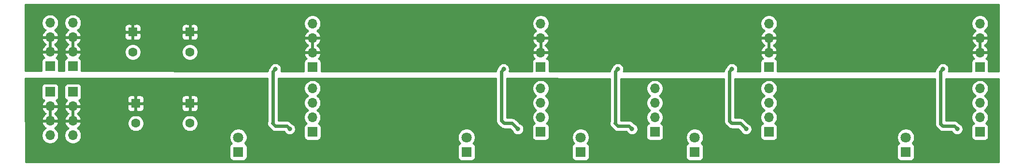
<source format=gbr>
%TF.GenerationSoftware,KiCad,Pcbnew,(5.1.5)-3*%
%TF.CreationDate,2021-02-05T17:27:38+00:00*%
%TF.ProjectId,Power Board,506f7765-7220-4426-9f61-72642e6b6963,rev?*%
%TF.SameCoordinates,Original*%
%TF.FileFunction,Copper,L2,Bot*%
%TF.FilePolarity,Positive*%
%FSLAX46Y46*%
G04 Gerber Fmt 4.6, Leading zero omitted, Abs format (unit mm)*
G04 Created by KiCad (PCBNEW (5.1.5)-3) date 2021-02-05 17:27:38*
%MOMM*%
%LPD*%
G04 APERTURE LIST*
%TA.AperFunction,ComponentPad*%
%ADD10O,1.700000X1.700000*%
%TD*%
%TA.AperFunction,ComponentPad*%
%ADD11R,1.700000X1.700000*%
%TD*%
%TA.AperFunction,ComponentPad*%
%ADD12C,1.800000*%
%TD*%
%TA.AperFunction,ComponentPad*%
%ADD13R,1.800000X1.800000*%
%TD*%
%TA.AperFunction,ComponentPad*%
%ADD14R,1.600000X1.600000*%
%TD*%
%TA.AperFunction,ComponentPad*%
%ADD15C,1.600000*%
%TD*%
%TA.AperFunction,ViaPad*%
%ADD16C,0.800000*%
%TD*%
%TA.AperFunction,Conductor*%
%ADD17C,0.600000*%
%TD*%
%TA.AperFunction,Conductor*%
%ADD18C,0.254000*%
%TD*%
G04 APERTURE END LIST*
D10*
%TO.P,J1,4*%
%TO.N,GND*%
X88000000Y-107620000D03*
%TO.P,J1,3*%
%TO.N,VCC*%
X88000000Y-105080000D03*
%TO.P,J1,2*%
X88000000Y-102540000D03*
D11*
%TO.P,J1,1*%
%TO.N,GND*%
X88000000Y-100000000D03*
%TD*%
%TO.P,J2,1*%
%TO.N,GND*%
X130000000Y-107000000D03*
D10*
%TO.P,J2,2*%
%TO.N,Net-(C8-Pad1)*%
X130000000Y-104460000D03*
%TO.P,J2,3*%
X130000000Y-101920000D03*
%TO.P,J2,4*%
%TO.N,GND*%
X130000000Y-99380000D03*
%TD*%
D11*
%TO.P,J3,1*%
%TO.N,GND*%
X170000000Y-107000000D03*
D10*
%TO.P,J3,2*%
%TO.N,Net-(C5-Pad1)*%
X170000000Y-104460000D03*
%TO.P,J3,3*%
X170000000Y-101920000D03*
%TO.P,J3,4*%
%TO.N,GND*%
X170000000Y-99380000D03*
%TD*%
D11*
%TO.P,J4,1*%
%TO.N,GND*%
X190000000Y-107000000D03*
D10*
%TO.P,J4,2*%
%TO.N,Net-(C11-Pad1)*%
X190000000Y-104460000D03*
%TO.P,J4,3*%
X190000000Y-101920000D03*
%TO.P,J4,4*%
%TO.N,GND*%
X190000000Y-99380000D03*
%TD*%
%TO.P,J5,4*%
%TO.N,GND*%
X247000000Y-99380000D03*
%TO.P,J5,3*%
%TO.N,Net-(C14-Pad1)*%
X247000000Y-101920000D03*
%TO.P,J5,2*%
X247000000Y-104460000D03*
D11*
%TO.P,J5,1*%
%TO.N,GND*%
X247000000Y-107000000D03*
%TD*%
%TO.P,J6,1*%
%TO.N,GND*%
X88000000Y-95500000D03*
D10*
%TO.P,J6,2*%
%TO.N,+4V*%
X88000000Y-92960000D03*
%TO.P,J6,3*%
X88000000Y-90420000D03*
%TO.P,J6,4*%
%TO.N,GND*%
X88000000Y-87880000D03*
%TD*%
%TO.P,J8,4*%
%TO.N,GND*%
X170000000Y-88000000D03*
%TO.P,J8,3*%
%TO.N,+4V*%
X170000000Y-90540000D03*
%TO.P,J8,2*%
X170000000Y-93080000D03*
D11*
%TO.P,J8,1*%
%TO.N,GND*%
X170000000Y-95620000D03*
%TD*%
D10*
%TO.P,J9,4*%
%TO.N,GND*%
X210000000Y-88000000D03*
%TO.P,J9,3*%
%TO.N,+4V*%
X210000000Y-90540000D03*
%TO.P,J9,2*%
X210000000Y-93080000D03*
D11*
%TO.P,J9,1*%
%TO.N,GND*%
X210000000Y-95620000D03*
%TD*%
%TO.P,J10,1*%
%TO.N,GND*%
X247000000Y-95620000D03*
D10*
%TO.P,J10,2*%
%TO.N,+4V*%
X247000000Y-93080000D03*
%TO.P,J10,3*%
X247000000Y-90540000D03*
%TO.P,J10,4*%
%TO.N,GND*%
X247000000Y-88000000D03*
%TD*%
D11*
%TO.P,J11,1*%
%TO.N,GND*%
X84000000Y-100000000D03*
D10*
%TO.P,J11,2*%
%TO.N,VCC*%
X84000000Y-102540000D03*
%TO.P,J11,3*%
X84000000Y-105080000D03*
%TO.P,J11,4*%
%TO.N,GND*%
X84000000Y-107620000D03*
%TD*%
%TO.P,J12,4*%
%TO.N,GND*%
X210000000Y-99380000D03*
%TO.P,J12,3*%
%TO.N,Net-(C17-Pad1)*%
X210000000Y-101920000D03*
%TO.P,J12,2*%
X210000000Y-104460000D03*
D11*
%TO.P,J12,1*%
%TO.N,GND*%
X210000000Y-107000000D03*
%TD*%
D12*
%TO.P,D1,2*%
%TO.N,Net-(D1-Pad2)*%
X157000000Y-107960000D03*
D13*
%TO.P,D1,1*%
%TO.N,GND*%
X157000000Y-110500000D03*
%TD*%
D12*
%TO.P,D2,2*%
%TO.N,Net-(D2-Pad2)*%
X117000000Y-107960000D03*
D13*
%TO.P,D2,1*%
%TO.N,GND*%
X117000000Y-110500000D03*
%TD*%
%TO.P,D3,1*%
%TO.N,GND*%
X177000000Y-110500000D03*
D12*
%TO.P,D3,2*%
%TO.N,Net-(D3-Pad2)*%
X177000000Y-107960000D03*
%TD*%
%TO.P,D4,2*%
%TO.N,Net-(D4-Pad2)*%
X234000000Y-107960000D03*
D13*
%TO.P,D4,1*%
%TO.N,GND*%
X234000000Y-110500000D03*
%TD*%
%TO.P,D5,1*%
%TO.N,GND*%
X197000000Y-110500000D03*
D12*
%TO.P,D5,2*%
%TO.N,Net-(D5-Pad2)*%
X197000000Y-107960000D03*
%TD*%
D10*
%TO.P,J13,4*%
%TO.N,GND*%
X84000000Y-87880000D03*
%TO.P,J13,3*%
%TO.N,+4V*%
X84000000Y-90420000D03*
%TO.P,J13,2*%
X84000000Y-92960000D03*
D11*
%TO.P,J13,1*%
%TO.N,GND*%
X84000000Y-95500000D03*
%TD*%
%TO.P,J14,1*%
%TO.N,GND*%
X130000000Y-95620000D03*
D10*
%TO.P,J14,2*%
%TO.N,+4V*%
X130000000Y-93080000D03*
%TO.P,J14,3*%
X130000000Y-90540000D03*
%TO.P,J14,4*%
%TO.N,GND*%
X130000000Y-88000000D03*
%TD*%
D14*
%TO.P,C1,1*%
%TO.N,VCC*%
X99000000Y-102000000D03*
D15*
%TO.P,C1,2*%
%TO.N,GND*%
X99000000Y-105500000D03*
%TD*%
%TO.P,C2,2*%
%TO.N,GND*%
X98500000Y-93000000D03*
D14*
%TO.P,C2,1*%
%TO.N,+4V*%
X98500000Y-89500000D03*
%TD*%
%TO.P,C18,1*%
%TO.N,VCC*%
X108500000Y-102000000D03*
D15*
%TO.P,C18,2*%
%TO.N,GND*%
X108500000Y-105500000D03*
%TD*%
%TO.P,C19,2*%
%TO.N,GND*%
X108500000Y-93000000D03*
D14*
%TO.P,C19,1*%
%TO.N,+4V*%
X108500000Y-89500000D03*
%TD*%
D16*
%TO.N,VCC*%
X118000000Y-98000000D03*
X117250000Y-98000000D03*
X158000000Y-98000000D03*
X157250000Y-98000000D03*
X178000000Y-98000000D03*
X177250000Y-98000000D03*
X235000000Y-98000000D03*
X234250000Y-98000000D03*
X198000000Y-98000000D03*
X197250000Y-98000000D03*
X233400000Y-98000000D03*
X232600000Y-98000000D03*
X196400000Y-98000000D03*
X195600000Y-98000000D03*
X176400000Y-98000000D03*
X175600000Y-98000000D03*
X156500000Y-98000000D03*
X155700000Y-98000000D03*
X116400000Y-98000000D03*
X115600000Y-98000000D03*
%TO.N,Net-(R3-Pad2)*%
X166000000Y-106500000D03*
X163500000Y-96000000D03*
%TO.N,Net-(R7-Pad2)*%
X126000000Y-106500000D03*
X123500000Y-96000000D03*
%TO.N,Net-(R11-Pad2)*%
X186000000Y-106500000D03*
X183500000Y-96000000D03*
%TO.N,Net-(R15-Pad2)*%
X243000000Y-106500000D03*
X240500000Y-96000000D03*
%TO.N,Net-(R19-Pad2)*%
X206000000Y-106500000D03*
X203500000Y-96000000D03*
%TD*%
D17*
%TO.N,Net-(R3-Pad2)*%
X163100001Y-96399999D02*
X163500000Y-96000000D01*
X163100000Y-105000000D02*
X163100001Y-96399999D01*
X163600000Y-105500000D02*
X163100000Y-105000000D01*
X166000000Y-106500000D02*
X165000000Y-105500000D01*
X165000000Y-105500000D02*
X163600000Y-105500000D01*
%TO.N,Net-(R7-Pad2)*%
X123100001Y-96399999D02*
X123500000Y-96000000D01*
X125500000Y-106000000D02*
X123500000Y-106000000D01*
X126000000Y-106500000D02*
X125500000Y-106000000D01*
X123500000Y-106000000D02*
X123000000Y-105500000D01*
X123000000Y-105500000D02*
X123100000Y-105400000D01*
X123100000Y-105400000D02*
X123100001Y-96399999D01*
%TO.N,Net-(R11-Pad2)*%
X183100001Y-96399999D02*
X183500000Y-96000000D01*
X185500000Y-106000000D02*
X183500000Y-106000000D01*
X186000000Y-106500000D02*
X185500000Y-106000000D01*
X183000000Y-105500000D02*
X183100000Y-105400000D01*
X183500000Y-106000000D02*
X183000000Y-105500000D01*
X183100000Y-105400000D02*
X183100001Y-96399999D01*
%TO.N,Net-(R15-Pad2)*%
X242500000Y-106000000D02*
X243000000Y-106500000D01*
X240100000Y-105600000D02*
X240500000Y-106000000D01*
X240500000Y-106000000D02*
X242500000Y-106000000D01*
X240500000Y-96000000D02*
X240100001Y-96399999D01*
X240100001Y-96399999D02*
X240100000Y-105600000D01*
%TO.N,Net-(R19-Pad2)*%
X205000000Y-105500000D02*
X206000000Y-106500000D01*
X203500000Y-105500000D02*
X205000000Y-105500000D01*
X203100000Y-105100000D02*
X203500000Y-105500000D01*
X203500000Y-96000000D02*
X203100001Y-96399999D01*
X203100001Y-96399999D02*
X203100000Y-105100000D01*
%TD*%
D18*
%TO.N,+4V*%
G36*
X250340000Y-96397519D02*
G01*
X248488072Y-96396982D01*
X248488072Y-94770000D01*
X248475812Y-94645518D01*
X248439502Y-94525820D01*
X248380537Y-94415506D01*
X248301185Y-94318815D01*
X248204494Y-94239463D01*
X248094180Y-94180498D01*
X248013534Y-94156034D01*
X248097588Y-94080269D01*
X248271641Y-93846920D01*
X248396825Y-93584099D01*
X248441476Y-93436890D01*
X248320155Y-93207000D01*
X247127000Y-93207000D01*
X247127000Y-93227000D01*
X246873000Y-93227000D01*
X246873000Y-93207000D01*
X245679845Y-93207000D01*
X245558524Y-93436890D01*
X245603175Y-93584099D01*
X245728359Y-93846920D01*
X245902412Y-94080269D01*
X245986466Y-94156034D01*
X245905820Y-94180498D01*
X245795506Y-94239463D01*
X245698815Y-94318815D01*
X245619463Y-94415506D01*
X245560498Y-94525820D01*
X245524188Y-94645518D01*
X245511928Y-94770000D01*
X245511928Y-96396119D01*
X241456685Y-96394944D01*
X241495226Y-96301898D01*
X241535000Y-96101939D01*
X241535000Y-95898061D01*
X241495226Y-95698102D01*
X241417205Y-95509744D01*
X241303937Y-95340226D01*
X241159774Y-95196063D01*
X240990256Y-95082795D01*
X240801898Y-95004774D01*
X240601939Y-94965000D01*
X240398061Y-94965000D01*
X240198102Y-95004774D01*
X240009744Y-95082795D01*
X239840226Y-95196063D01*
X239696063Y-95340226D01*
X239582795Y-95509744D01*
X239522569Y-95655142D01*
X239471337Y-95706374D01*
X239435658Y-95735655D01*
X239318816Y-95878027D01*
X239308108Y-95898061D01*
X239231995Y-96040459D01*
X239178530Y-96216708D01*
X239161040Y-96394278D01*
X211488072Y-96386257D01*
X211488072Y-94770000D01*
X211475812Y-94645518D01*
X211439502Y-94525820D01*
X211380537Y-94415506D01*
X211301185Y-94318815D01*
X211204494Y-94239463D01*
X211094180Y-94180498D01*
X211013534Y-94156034D01*
X211097588Y-94080269D01*
X211271641Y-93846920D01*
X211396825Y-93584099D01*
X211441476Y-93436890D01*
X211320155Y-93207000D01*
X210127000Y-93207000D01*
X210127000Y-93227000D01*
X209873000Y-93227000D01*
X209873000Y-93207000D01*
X208679845Y-93207000D01*
X208558524Y-93436890D01*
X208603175Y-93584099D01*
X208728359Y-93846920D01*
X208902412Y-94080269D01*
X208986466Y-94156034D01*
X208905820Y-94180498D01*
X208795506Y-94239463D01*
X208698815Y-94318815D01*
X208619463Y-94415506D01*
X208560498Y-94525820D01*
X208524188Y-94645518D01*
X208511928Y-94770000D01*
X208511928Y-96385395D01*
X204461127Y-96384221D01*
X204495226Y-96301898D01*
X204535000Y-96101939D01*
X204535000Y-95898061D01*
X204495226Y-95698102D01*
X204417205Y-95509744D01*
X204303937Y-95340226D01*
X204159774Y-95196063D01*
X203990256Y-95082795D01*
X203801898Y-95004774D01*
X203601939Y-94965000D01*
X203398061Y-94965000D01*
X203198102Y-95004774D01*
X203009744Y-95082795D01*
X202840226Y-95196063D01*
X202696063Y-95340226D01*
X202582795Y-95509744D01*
X202522569Y-95655142D01*
X202471337Y-95706374D01*
X202435658Y-95735655D01*
X202318816Y-95878027D01*
X202308108Y-95898061D01*
X202231995Y-96040459D01*
X202178530Y-96216708D01*
X202162097Y-96383554D01*
X184463528Y-96378424D01*
X184495226Y-96301898D01*
X184535000Y-96101939D01*
X184535000Y-95898061D01*
X184495226Y-95698102D01*
X184417205Y-95509744D01*
X184303937Y-95340226D01*
X184159774Y-95196063D01*
X183990256Y-95082795D01*
X183801898Y-95004774D01*
X183601939Y-94965000D01*
X183398061Y-94965000D01*
X183198102Y-95004774D01*
X183009744Y-95082795D01*
X182840226Y-95196063D01*
X182696063Y-95340226D01*
X182582795Y-95509744D01*
X182522569Y-95655142D01*
X182471337Y-95706374D01*
X182435658Y-95735655D01*
X182318816Y-95878027D01*
X182308108Y-95898061D01*
X182231995Y-96040459D01*
X182178530Y-96216708D01*
X182162668Y-96377757D01*
X171488072Y-96374663D01*
X171488072Y-94770000D01*
X171475812Y-94645518D01*
X171439502Y-94525820D01*
X171380537Y-94415506D01*
X171301185Y-94318815D01*
X171204494Y-94239463D01*
X171094180Y-94180498D01*
X171013534Y-94156034D01*
X171097588Y-94080269D01*
X171271641Y-93846920D01*
X171396825Y-93584099D01*
X171441476Y-93436890D01*
X171320155Y-93207000D01*
X170127000Y-93207000D01*
X170127000Y-93227000D01*
X169873000Y-93227000D01*
X169873000Y-93207000D01*
X168679845Y-93207000D01*
X168558524Y-93436890D01*
X168603175Y-93584099D01*
X168728359Y-93846920D01*
X168902412Y-94080269D01*
X168986466Y-94156034D01*
X168905820Y-94180498D01*
X168795506Y-94239463D01*
X168698815Y-94318815D01*
X168619463Y-94415506D01*
X168560498Y-94525820D01*
X168524188Y-94645518D01*
X168511928Y-94770000D01*
X168511928Y-96373801D01*
X164465929Y-96372628D01*
X164495226Y-96301898D01*
X164535000Y-96101939D01*
X164535000Y-95898061D01*
X164495226Y-95698102D01*
X164417205Y-95509744D01*
X164303937Y-95340226D01*
X164159774Y-95196063D01*
X163990256Y-95082795D01*
X163801898Y-95004774D01*
X163601939Y-94965000D01*
X163398061Y-94965000D01*
X163198102Y-95004774D01*
X163009744Y-95082795D01*
X162840226Y-95196063D01*
X162696063Y-95340226D01*
X162582795Y-95509744D01*
X162522569Y-95655142D01*
X162471337Y-95706374D01*
X162435658Y-95735655D01*
X162318816Y-95878027D01*
X162308108Y-95898061D01*
X162231995Y-96040459D01*
X162178530Y-96216708D01*
X162163239Y-96371960D01*
X131488072Y-96363069D01*
X131488072Y-94770000D01*
X131475812Y-94645518D01*
X131439502Y-94525820D01*
X131380537Y-94415506D01*
X131301185Y-94318815D01*
X131204494Y-94239463D01*
X131094180Y-94180498D01*
X131013534Y-94156034D01*
X131097588Y-94080269D01*
X131271641Y-93846920D01*
X131396825Y-93584099D01*
X131441476Y-93436890D01*
X131320155Y-93207000D01*
X130127000Y-93207000D01*
X130127000Y-93227000D01*
X129873000Y-93227000D01*
X129873000Y-93207000D01*
X128679845Y-93207000D01*
X128558524Y-93436890D01*
X128603175Y-93584099D01*
X128728359Y-93846920D01*
X128902412Y-94080269D01*
X128986466Y-94156034D01*
X128905820Y-94180498D01*
X128795506Y-94239463D01*
X128698815Y-94318815D01*
X128619463Y-94415506D01*
X128560498Y-94525820D01*
X128524188Y-94645518D01*
X128511928Y-94770000D01*
X128511928Y-96362206D01*
X124470730Y-96361035D01*
X124495226Y-96301898D01*
X124535000Y-96101939D01*
X124535000Y-95898061D01*
X124495226Y-95698102D01*
X124417205Y-95509744D01*
X124303937Y-95340226D01*
X124159774Y-95196063D01*
X123990256Y-95082795D01*
X123801898Y-95004774D01*
X123601939Y-94965000D01*
X123398061Y-94965000D01*
X123198102Y-95004774D01*
X123009744Y-95082795D01*
X122840226Y-95196063D01*
X122696063Y-95340226D01*
X122582795Y-95509744D01*
X122522569Y-95655142D01*
X122471337Y-95706374D01*
X122435658Y-95735655D01*
X122318816Y-95878027D01*
X122308108Y-95898061D01*
X122231995Y-96040459D01*
X122178530Y-96216708D01*
X122164381Y-96360367D01*
X89487984Y-96350895D01*
X89488072Y-96350000D01*
X89488072Y-94650000D01*
X89475812Y-94525518D01*
X89439502Y-94405820D01*
X89380537Y-94295506D01*
X89301185Y-94198815D01*
X89204494Y-94119463D01*
X89094180Y-94060498D01*
X89013534Y-94036034D01*
X89097588Y-93960269D01*
X89271641Y-93726920D01*
X89396825Y-93464099D01*
X89441476Y-93316890D01*
X89320155Y-93087000D01*
X88127000Y-93087000D01*
X88127000Y-93107000D01*
X87873000Y-93107000D01*
X87873000Y-93087000D01*
X86679845Y-93087000D01*
X86558524Y-93316890D01*
X86603175Y-93464099D01*
X86728359Y-93726920D01*
X86902412Y-93960269D01*
X86986466Y-94036034D01*
X86905820Y-94060498D01*
X86795506Y-94119463D01*
X86698815Y-94198815D01*
X86619463Y-94295506D01*
X86560498Y-94405820D01*
X86524188Y-94525518D01*
X86511928Y-94650000D01*
X86511928Y-96350000D01*
X86511931Y-96350033D01*
X85488072Y-96349736D01*
X85488072Y-94650000D01*
X85475812Y-94525518D01*
X85439502Y-94405820D01*
X85380537Y-94295506D01*
X85301185Y-94198815D01*
X85204494Y-94119463D01*
X85094180Y-94060498D01*
X85013534Y-94036034D01*
X85097588Y-93960269D01*
X85271641Y-93726920D01*
X85396825Y-93464099D01*
X85441476Y-93316890D01*
X85320155Y-93087000D01*
X84127000Y-93087000D01*
X84127000Y-93107000D01*
X83873000Y-93107000D01*
X83873000Y-93087000D01*
X82679845Y-93087000D01*
X82558524Y-93316890D01*
X82603175Y-93464099D01*
X82728359Y-93726920D01*
X82902412Y-93960269D01*
X82986466Y-94036034D01*
X82905820Y-94060498D01*
X82795506Y-94119463D01*
X82698815Y-94198815D01*
X82619463Y-94295506D01*
X82560498Y-94405820D01*
X82524188Y-94525518D01*
X82511928Y-94650000D01*
X82511928Y-96348873D01*
X79627000Y-96348037D01*
X79627000Y-92858665D01*
X97065000Y-92858665D01*
X97065000Y-93141335D01*
X97120147Y-93418574D01*
X97228320Y-93679727D01*
X97385363Y-93914759D01*
X97585241Y-94114637D01*
X97820273Y-94271680D01*
X98081426Y-94379853D01*
X98358665Y-94435000D01*
X98641335Y-94435000D01*
X98918574Y-94379853D01*
X99179727Y-94271680D01*
X99414759Y-94114637D01*
X99614637Y-93914759D01*
X99771680Y-93679727D01*
X99879853Y-93418574D01*
X99935000Y-93141335D01*
X99935000Y-92858665D01*
X107065000Y-92858665D01*
X107065000Y-93141335D01*
X107120147Y-93418574D01*
X107228320Y-93679727D01*
X107385363Y-93914759D01*
X107585241Y-94114637D01*
X107820273Y-94271680D01*
X108081426Y-94379853D01*
X108358665Y-94435000D01*
X108641335Y-94435000D01*
X108918574Y-94379853D01*
X109179727Y-94271680D01*
X109414759Y-94114637D01*
X109614637Y-93914759D01*
X109771680Y-93679727D01*
X109879853Y-93418574D01*
X109935000Y-93141335D01*
X109935000Y-92858665D01*
X109879853Y-92581426D01*
X109771680Y-92320273D01*
X109614637Y-92085241D01*
X109414759Y-91885363D01*
X109179727Y-91728320D01*
X108918574Y-91620147D01*
X108641335Y-91565000D01*
X108358665Y-91565000D01*
X108081426Y-91620147D01*
X107820273Y-91728320D01*
X107585241Y-91885363D01*
X107385363Y-92085241D01*
X107228320Y-92320273D01*
X107120147Y-92581426D01*
X107065000Y-92858665D01*
X99935000Y-92858665D01*
X99879853Y-92581426D01*
X99771680Y-92320273D01*
X99614637Y-92085241D01*
X99414759Y-91885363D01*
X99179727Y-91728320D01*
X98918574Y-91620147D01*
X98641335Y-91565000D01*
X98358665Y-91565000D01*
X98081426Y-91620147D01*
X97820273Y-91728320D01*
X97585241Y-91885363D01*
X97385363Y-92085241D01*
X97228320Y-92320273D01*
X97120147Y-92581426D01*
X97065000Y-92858665D01*
X79627000Y-92858665D01*
X79627000Y-90776890D01*
X82558524Y-90776890D01*
X82603175Y-90924099D01*
X82728359Y-91186920D01*
X82902412Y-91420269D01*
X83118645Y-91615178D01*
X83244255Y-91690000D01*
X83118645Y-91764822D01*
X82902412Y-91959731D01*
X82728359Y-92193080D01*
X82603175Y-92455901D01*
X82558524Y-92603110D01*
X82679845Y-92833000D01*
X83873000Y-92833000D01*
X83873000Y-90547000D01*
X84127000Y-90547000D01*
X84127000Y-92833000D01*
X85320155Y-92833000D01*
X85441476Y-92603110D01*
X85396825Y-92455901D01*
X85271641Y-92193080D01*
X85097588Y-91959731D01*
X84881355Y-91764822D01*
X84755745Y-91690000D01*
X84881355Y-91615178D01*
X85097588Y-91420269D01*
X85271641Y-91186920D01*
X85396825Y-90924099D01*
X85441476Y-90776890D01*
X86558524Y-90776890D01*
X86603175Y-90924099D01*
X86728359Y-91186920D01*
X86902412Y-91420269D01*
X87118645Y-91615178D01*
X87244255Y-91690000D01*
X87118645Y-91764822D01*
X86902412Y-91959731D01*
X86728359Y-92193080D01*
X86603175Y-92455901D01*
X86558524Y-92603110D01*
X86679845Y-92833000D01*
X87873000Y-92833000D01*
X87873000Y-90547000D01*
X88127000Y-90547000D01*
X88127000Y-92833000D01*
X89320155Y-92833000D01*
X89441476Y-92603110D01*
X89396825Y-92455901D01*
X89271641Y-92193080D01*
X89097588Y-91959731D01*
X88881355Y-91764822D01*
X88755745Y-91690000D01*
X88881355Y-91615178D01*
X89097588Y-91420269D01*
X89271641Y-91186920D01*
X89396825Y-90924099D01*
X89441476Y-90776890D01*
X89320155Y-90547000D01*
X88127000Y-90547000D01*
X87873000Y-90547000D01*
X86679845Y-90547000D01*
X86558524Y-90776890D01*
X85441476Y-90776890D01*
X85320155Y-90547000D01*
X84127000Y-90547000D01*
X83873000Y-90547000D01*
X82679845Y-90547000D01*
X82558524Y-90776890D01*
X79627000Y-90776890D01*
X79627000Y-90300000D01*
X97061928Y-90300000D01*
X97074188Y-90424482D01*
X97110498Y-90544180D01*
X97169463Y-90654494D01*
X97248815Y-90751185D01*
X97345506Y-90830537D01*
X97455820Y-90889502D01*
X97575518Y-90925812D01*
X97700000Y-90938072D01*
X98214250Y-90935000D01*
X98373000Y-90776250D01*
X98373000Y-89627000D01*
X98627000Y-89627000D01*
X98627000Y-90776250D01*
X98785750Y-90935000D01*
X99300000Y-90938072D01*
X99424482Y-90925812D01*
X99544180Y-90889502D01*
X99654494Y-90830537D01*
X99751185Y-90751185D01*
X99830537Y-90654494D01*
X99889502Y-90544180D01*
X99925812Y-90424482D01*
X99938072Y-90300000D01*
X107061928Y-90300000D01*
X107074188Y-90424482D01*
X107110498Y-90544180D01*
X107169463Y-90654494D01*
X107248815Y-90751185D01*
X107345506Y-90830537D01*
X107455820Y-90889502D01*
X107575518Y-90925812D01*
X107700000Y-90938072D01*
X108214250Y-90935000D01*
X108373000Y-90776250D01*
X108373000Y-89627000D01*
X108627000Y-89627000D01*
X108627000Y-90776250D01*
X108785750Y-90935000D01*
X109300000Y-90938072D01*
X109424482Y-90925812D01*
X109519825Y-90896890D01*
X128558524Y-90896890D01*
X128603175Y-91044099D01*
X128728359Y-91306920D01*
X128902412Y-91540269D01*
X129118645Y-91735178D01*
X129244255Y-91810000D01*
X129118645Y-91884822D01*
X128902412Y-92079731D01*
X128728359Y-92313080D01*
X128603175Y-92575901D01*
X128558524Y-92723110D01*
X128679845Y-92953000D01*
X129873000Y-92953000D01*
X129873000Y-90667000D01*
X130127000Y-90667000D01*
X130127000Y-92953000D01*
X131320155Y-92953000D01*
X131441476Y-92723110D01*
X131396825Y-92575901D01*
X131271641Y-92313080D01*
X131097588Y-92079731D01*
X130881355Y-91884822D01*
X130755745Y-91810000D01*
X130881355Y-91735178D01*
X131097588Y-91540269D01*
X131271641Y-91306920D01*
X131396825Y-91044099D01*
X131441476Y-90896890D01*
X168558524Y-90896890D01*
X168603175Y-91044099D01*
X168728359Y-91306920D01*
X168902412Y-91540269D01*
X169118645Y-91735178D01*
X169244255Y-91810000D01*
X169118645Y-91884822D01*
X168902412Y-92079731D01*
X168728359Y-92313080D01*
X168603175Y-92575901D01*
X168558524Y-92723110D01*
X168679845Y-92953000D01*
X169873000Y-92953000D01*
X169873000Y-90667000D01*
X170127000Y-90667000D01*
X170127000Y-92953000D01*
X171320155Y-92953000D01*
X171441476Y-92723110D01*
X171396825Y-92575901D01*
X171271641Y-92313080D01*
X171097588Y-92079731D01*
X170881355Y-91884822D01*
X170755745Y-91810000D01*
X170881355Y-91735178D01*
X171097588Y-91540269D01*
X171271641Y-91306920D01*
X171396825Y-91044099D01*
X171441476Y-90896890D01*
X208558524Y-90896890D01*
X208603175Y-91044099D01*
X208728359Y-91306920D01*
X208902412Y-91540269D01*
X209118645Y-91735178D01*
X209244255Y-91810000D01*
X209118645Y-91884822D01*
X208902412Y-92079731D01*
X208728359Y-92313080D01*
X208603175Y-92575901D01*
X208558524Y-92723110D01*
X208679845Y-92953000D01*
X209873000Y-92953000D01*
X209873000Y-90667000D01*
X210127000Y-90667000D01*
X210127000Y-92953000D01*
X211320155Y-92953000D01*
X211441476Y-92723110D01*
X211396825Y-92575901D01*
X211271641Y-92313080D01*
X211097588Y-92079731D01*
X210881355Y-91884822D01*
X210755745Y-91810000D01*
X210881355Y-91735178D01*
X211097588Y-91540269D01*
X211271641Y-91306920D01*
X211396825Y-91044099D01*
X211441476Y-90896890D01*
X245558524Y-90896890D01*
X245603175Y-91044099D01*
X245728359Y-91306920D01*
X245902412Y-91540269D01*
X246118645Y-91735178D01*
X246244255Y-91810000D01*
X246118645Y-91884822D01*
X245902412Y-92079731D01*
X245728359Y-92313080D01*
X245603175Y-92575901D01*
X245558524Y-92723110D01*
X245679845Y-92953000D01*
X246873000Y-92953000D01*
X246873000Y-90667000D01*
X247127000Y-90667000D01*
X247127000Y-92953000D01*
X248320155Y-92953000D01*
X248441476Y-92723110D01*
X248396825Y-92575901D01*
X248271641Y-92313080D01*
X248097588Y-92079731D01*
X247881355Y-91884822D01*
X247755745Y-91810000D01*
X247881355Y-91735178D01*
X248097588Y-91540269D01*
X248271641Y-91306920D01*
X248396825Y-91044099D01*
X248441476Y-90896890D01*
X248320155Y-90667000D01*
X247127000Y-90667000D01*
X246873000Y-90667000D01*
X245679845Y-90667000D01*
X245558524Y-90896890D01*
X211441476Y-90896890D01*
X211320155Y-90667000D01*
X210127000Y-90667000D01*
X209873000Y-90667000D01*
X208679845Y-90667000D01*
X208558524Y-90896890D01*
X171441476Y-90896890D01*
X171320155Y-90667000D01*
X170127000Y-90667000D01*
X169873000Y-90667000D01*
X168679845Y-90667000D01*
X168558524Y-90896890D01*
X131441476Y-90896890D01*
X131320155Y-90667000D01*
X130127000Y-90667000D01*
X129873000Y-90667000D01*
X128679845Y-90667000D01*
X128558524Y-90896890D01*
X109519825Y-90896890D01*
X109544180Y-90889502D01*
X109654494Y-90830537D01*
X109751185Y-90751185D01*
X109830537Y-90654494D01*
X109889502Y-90544180D01*
X109925812Y-90424482D01*
X109938072Y-90300000D01*
X109935000Y-89785750D01*
X109776250Y-89627000D01*
X108627000Y-89627000D01*
X108373000Y-89627000D01*
X107223750Y-89627000D01*
X107065000Y-89785750D01*
X107061928Y-90300000D01*
X99938072Y-90300000D01*
X99935000Y-89785750D01*
X99776250Y-89627000D01*
X98627000Y-89627000D01*
X98373000Y-89627000D01*
X97223750Y-89627000D01*
X97065000Y-89785750D01*
X97061928Y-90300000D01*
X79627000Y-90300000D01*
X79627000Y-87733740D01*
X82515000Y-87733740D01*
X82515000Y-88026260D01*
X82572068Y-88313158D01*
X82684010Y-88583411D01*
X82846525Y-88826632D01*
X83053368Y-89033475D01*
X83235534Y-89155195D01*
X83118645Y-89224822D01*
X82902412Y-89419731D01*
X82728359Y-89653080D01*
X82603175Y-89915901D01*
X82558524Y-90063110D01*
X82679845Y-90293000D01*
X83873000Y-90293000D01*
X83873000Y-90273000D01*
X84127000Y-90273000D01*
X84127000Y-90293000D01*
X85320155Y-90293000D01*
X85441476Y-90063110D01*
X85396825Y-89915901D01*
X85271641Y-89653080D01*
X85097588Y-89419731D01*
X84881355Y-89224822D01*
X84764466Y-89155195D01*
X84946632Y-89033475D01*
X85153475Y-88826632D01*
X85315990Y-88583411D01*
X85427932Y-88313158D01*
X85485000Y-88026260D01*
X85485000Y-87733740D01*
X86515000Y-87733740D01*
X86515000Y-88026260D01*
X86572068Y-88313158D01*
X86684010Y-88583411D01*
X86846525Y-88826632D01*
X87053368Y-89033475D01*
X87235534Y-89155195D01*
X87118645Y-89224822D01*
X86902412Y-89419731D01*
X86728359Y-89653080D01*
X86603175Y-89915901D01*
X86558524Y-90063110D01*
X86679845Y-90293000D01*
X87873000Y-90293000D01*
X87873000Y-90273000D01*
X88127000Y-90273000D01*
X88127000Y-90293000D01*
X89320155Y-90293000D01*
X89441476Y-90063110D01*
X89396825Y-89915901D01*
X89271641Y-89653080D01*
X89097588Y-89419731D01*
X88881355Y-89224822D01*
X88764466Y-89155195D01*
X88946632Y-89033475D01*
X89153475Y-88826632D01*
X89238087Y-88700000D01*
X97061928Y-88700000D01*
X97065000Y-89214250D01*
X97223750Y-89373000D01*
X98373000Y-89373000D01*
X98373000Y-88223750D01*
X98627000Y-88223750D01*
X98627000Y-89373000D01*
X99776250Y-89373000D01*
X99935000Y-89214250D01*
X99938072Y-88700000D01*
X107061928Y-88700000D01*
X107065000Y-89214250D01*
X107223750Y-89373000D01*
X108373000Y-89373000D01*
X108373000Y-88223750D01*
X108627000Y-88223750D01*
X108627000Y-89373000D01*
X109776250Y-89373000D01*
X109935000Y-89214250D01*
X109938072Y-88700000D01*
X109925812Y-88575518D01*
X109889502Y-88455820D01*
X109830537Y-88345506D01*
X109751185Y-88248815D01*
X109654494Y-88169463D01*
X109544180Y-88110498D01*
X109424482Y-88074188D01*
X109300000Y-88061928D01*
X108785750Y-88065000D01*
X108627000Y-88223750D01*
X108373000Y-88223750D01*
X108214250Y-88065000D01*
X107700000Y-88061928D01*
X107575518Y-88074188D01*
X107455820Y-88110498D01*
X107345506Y-88169463D01*
X107248815Y-88248815D01*
X107169463Y-88345506D01*
X107110498Y-88455820D01*
X107074188Y-88575518D01*
X107061928Y-88700000D01*
X99938072Y-88700000D01*
X99925812Y-88575518D01*
X99889502Y-88455820D01*
X99830537Y-88345506D01*
X99751185Y-88248815D01*
X99654494Y-88169463D01*
X99544180Y-88110498D01*
X99424482Y-88074188D01*
X99300000Y-88061928D01*
X98785750Y-88065000D01*
X98627000Y-88223750D01*
X98373000Y-88223750D01*
X98214250Y-88065000D01*
X97700000Y-88061928D01*
X97575518Y-88074188D01*
X97455820Y-88110498D01*
X97345506Y-88169463D01*
X97248815Y-88248815D01*
X97169463Y-88345506D01*
X97110498Y-88455820D01*
X97074188Y-88575518D01*
X97061928Y-88700000D01*
X89238087Y-88700000D01*
X89315990Y-88583411D01*
X89427932Y-88313158D01*
X89485000Y-88026260D01*
X89485000Y-87853740D01*
X128515000Y-87853740D01*
X128515000Y-88146260D01*
X128572068Y-88433158D01*
X128684010Y-88703411D01*
X128846525Y-88946632D01*
X129053368Y-89153475D01*
X129235534Y-89275195D01*
X129118645Y-89344822D01*
X128902412Y-89539731D01*
X128728359Y-89773080D01*
X128603175Y-90035901D01*
X128558524Y-90183110D01*
X128679845Y-90413000D01*
X129873000Y-90413000D01*
X129873000Y-90393000D01*
X130127000Y-90393000D01*
X130127000Y-90413000D01*
X131320155Y-90413000D01*
X131441476Y-90183110D01*
X131396825Y-90035901D01*
X131271641Y-89773080D01*
X131097588Y-89539731D01*
X130881355Y-89344822D01*
X130764466Y-89275195D01*
X130946632Y-89153475D01*
X131153475Y-88946632D01*
X131315990Y-88703411D01*
X131427932Y-88433158D01*
X131485000Y-88146260D01*
X131485000Y-87853740D01*
X168515000Y-87853740D01*
X168515000Y-88146260D01*
X168572068Y-88433158D01*
X168684010Y-88703411D01*
X168846525Y-88946632D01*
X169053368Y-89153475D01*
X169235534Y-89275195D01*
X169118645Y-89344822D01*
X168902412Y-89539731D01*
X168728359Y-89773080D01*
X168603175Y-90035901D01*
X168558524Y-90183110D01*
X168679845Y-90413000D01*
X169873000Y-90413000D01*
X169873000Y-90393000D01*
X170127000Y-90393000D01*
X170127000Y-90413000D01*
X171320155Y-90413000D01*
X171441476Y-90183110D01*
X171396825Y-90035901D01*
X171271641Y-89773080D01*
X171097588Y-89539731D01*
X170881355Y-89344822D01*
X170764466Y-89275195D01*
X170946632Y-89153475D01*
X171153475Y-88946632D01*
X171315990Y-88703411D01*
X171427932Y-88433158D01*
X171485000Y-88146260D01*
X171485000Y-87853740D01*
X208515000Y-87853740D01*
X208515000Y-88146260D01*
X208572068Y-88433158D01*
X208684010Y-88703411D01*
X208846525Y-88946632D01*
X209053368Y-89153475D01*
X209235534Y-89275195D01*
X209118645Y-89344822D01*
X208902412Y-89539731D01*
X208728359Y-89773080D01*
X208603175Y-90035901D01*
X208558524Y-90183110D01*
X208679845Y-90413000D01*
X209873000Y-90413000D01*
X209873000Y-90393000D01*
X210127000Y-90393000D01*
X210127000Y-90413000D01*
X211320155Y-90413000D01*
X211441476Y-90183110D01*
X211396825Y-90035901D01*
X211271641Y-89773080D01*
X211097588Y-89539731D01*
X210881355Y-89344822D01*
X210764466Y-89275195D01*
X210946632Y-89153475D01*
X211153475Y-88946632D01*
X211315990Y-88703411D01*
X211427932Y-88433158D01*
X211485000Y-88146260D01*
X211485000Y-87853740D01*
X245515000Y-87853740D01*
X245515000Y-88146260D01*
X245572068Y-88433158D01*
X245684010Y-88703411D01*
X245846525Y-88946632D01*
X246053368Y-89153475D01*
X246235534Y-89275195D01*
X246118645Y-89344822D01*
X245902412Y-89539731D01*
X245728359Y-89773080D01*
X245603175Y-90035901D01*
X245558524Y-90183110D01*
X245679845Y-90413000D01*
X246873000Y-90413000D01*
X246873000Y-90393000D01*
X247127000Y-90393000D01*
X247127000Y-90413000D01*
X248320155Y-90413000D01*
X248441476Y-90183110D01*
X248396825Y-90035901D01*
X248271641Y-89773080D01*
X248097588Y-89539731D01*
X247881355Y-89344822D01*
X247764466Y-89275195D01*
X247946632Y-89153475D01*
X248153475Y-88946632D01*
X248315990Y-88703411D01*
X248427932Y-88433158D01*
X248485000Y-88146260D01*
X248485000Y-87853740D01*
X248427932Y-87566842D01*
X248315990Y-87296589D01*
X248153475Y-87053368D01*
X247946632Y-86846525D01*
X247703411Y-86684010D01*
X247433158Y-86572068D01*
X247146260Y-86515000D01*
X246853740Y-86515000D01*
X246566842Y-86572068D01*
X246296589Y-86684010D01*
X246053368Y-86846525D01*
X245846525Y-87053368D01*
X245684010Y-87296589D01*
X245572068Y-87566842D01*
X245515000Y-87853740D01*
X211485000Y-87853740D01*
X211427932Y-87566842D01*
X211315990Y-87296589D01*
X211153475Y-87053368D01*
X210946632Y-86846525D01*
X210703411Y-86684010D01*
X210433158Y-86572068D01*
X210146260Y-86515000D01*
X209853740Y-86515000D01*
X209566842Y-86572068D01*
X209296589Y-86684010D01*
X209053368Y-86846525D01*
X208846525Y-87053368D01*
X208684010Y-87296589D01*
X208572068Y-87566842D01*
X208515000Y-87853740D01*
X171485000Y-87853740D01*
X171427932Y-87566842D01*
X171315990Y-87296589D01*
X171153475Y-87053368D01*
X170946632Y-86846525D01*
X170703411Y-86684010D01*
X170433158Y-86572068D01*
X170146260Y-86515000D01*
X169853740Y-86515000D01*
X169566842Y-86572068D01*
X169296589Y-86684010D01*
X169053368Y-86846525D01*
X168846525Y-87053368D01*
X168684010Y-87296589D01*
X168572068Y-87566842D01*
X168515000Y-87853740D01*
X131485000Y-87853740D01*
X131427932Y-87566842D01*
X131315990Y-87296589D01*
X131153475Y-87053368D01*
X130946632Y-86846525D01*
X130703411Y-86684010D01*
X130433158Y-86572068D01*
X130146260Y-86515000D01*
X129853740Y-86515000D01*
X129566842Y-86572068D01*
X129296589Y-86684010D01*
X129053368Y-86846525D01*
X128846525Y-87053368D01*
X128684010Y-87296589D01*
X128572068Y-87566842D01*
X128515000Y-87853740D01*
X89485000Y-87853740D01*
X89485000Y-87733740D01*
X89427932Y-87446842D01*
X89315990Y-87176589D01*
X89153475Y-86933368D01*
X88946632Y-86726525D01*
X88703411Y-86564010D01*
X88433158Y-86452068D01*
X88146260Y-86395000D01*
X87853740Y-86395000D01*
X87566842Y-86452068D01*
X87296589Y-86564010D01*
X87053368Y-86726525D01*
X86846525Y-86933368D01*
X86684010Y-87176589D01*
X86572068Y-87446842D01*
X86515000Y-87733740D01*
X85485000Y-87733740D01*
X85427932Y-87446842D01*
X85315990Y-87176589D01*
X85153475Y-86933368D01*
X84946632Y-86726525D01*
X84703411Y-86564010D01*
X84433158Y-86452068D01*
X84146260Y-86395000D01*
X83853740Y-86395000D01*
X83566842Y-86452068D01*
X83296589Y-86564010D01*
X83053368Y-86726525D01*
X82846525Y-86933368D01*
X82684010Y-87176589D01*
X82572068Y-87446842D01*
X82515000Y-87733740D01*
X79627000Y-87733740D01*
X79627000Y-84660000D01*
X250340000Y-84660000D01*
X250340000Y-96397519D01*
G37*
X250340000Y-96397519D02*
X248488072Y-96396982D01*
X248488072Y-94770000D01*
X248475812Y-94645518D01*
X248439502Y-94525820D01*
X248380537Y-94415506D01*
X248301185Y-94318815D01*
X248204494Y-94239463D01*
X248094180Y-94180498D01*
X248013534Y-94156034D01*
X248097588Y-94080269D01*
X248271641Y-93846920D01*
X248396825Y-93584099D01*
X248441476Y-93436890D01*
X248320155Y-93207000D01*
X247127000Y-93207000D01*
X247127000Y-93227000D01*
X246873000Y-93227000D01*
X246873000Y-93207000D01*
X245679845Y-93207000D01*
X245558524Y-93436890D01*
X245603175Y-93584099D01*
X245728359Y-93846920D01*
X245902412Y-94080269D01*
X245986466Y-94156034D01*
X245905820Y-94180498D01*
X245795506Y-94239463D01*
X245698815Y-94318815D01*
X245619463Y-94415506D01*
X245560498Y-94525820D01*
X245524188Y-94645518D01*
X245511928Y-94770000D01*
X245511928Y-96396119D01*
X241456685Y-96394944D01*
X241495226Y-96301898D01*
X241535000Y-96101939D01*
X241535000Y-95898061D01*
X241495226Y-95698102D01*
X241417205Y-95509744D01*
X241303937Y-95340226D01*
X241159774Y-95196063D01*
X240990256Y-95082795D01*
X240801898Y-95004774D01*
X240601939Y-94965000D01*
X240398061Y-94965000D01*
X240198102Y-95004774D01*
X240009744Y-95082795D01*
X239840226Y-95196063D01*
X239696063Y-95340226D01*
X239582795Y-95509744D01*
X239522569Y-95655142D01*
X239471337Y-95706374D01*
X239435658Y-95735655D01*
X239318816Y-95878027D01*
X239308108Y-95898061D01*
X239231995Y-96040459D01*
X239178530Y-96216708D01*
X239161040Y-96394278D01*
X211488072Y-96386257D01*
X211488072Y-94770000D01*
X211475812Y-94645518D01*
X211439502Y-94525820D01*
X211380537Y-94415506D01*
X211301185Y-94318815D01*
X211204494Y-94239463D01*
X211094180Y-94180498D01*
X211013534Y-94156034D01*
X211097588Y-94080269D01*
X211271641Y-93846920D01*
X211396825Y-93584099D01*
X211441476Y-93436890D01*
X211320155Y-93207000D01*
X210127000Y-93207000D01*
X210127000Y-93227000D01*
X209873000Y-93227000D01*
X209873000Y-93207000D01*
X208679845Y-93207000D01*
X208558524Y-93436890D01*
X208603175Y-93584099D01*
X208728359Y-93846920D01*
X208902412Y-94080269D01*
X208986466Y-94156034D01*
X208905820Y-94180498D01*
X208795506Y-94239463D01*
X208698815Y-94318815D01*
X208619463Y-94415506D01*
X208560498Y-94525820D01*
X208524188Y-94645518D01*
X208511928Y-94770000D01*
X208511928Y-96385395D01*
X204461127Y-96384221D01*
X204495226Y-96301898D01*
X204535000Y-96101939D01*
X204535000Y-95898061D01*
X204495226Y-95698102D01*
X204417205Y-95509744D01*
X204303937Y-95340226D01*
X204159774Y-95196063D01*
X203990256Y-95082795D01*
X203801898Y-95004774D01*
X203601939Y-94965000D01*
X203398061Y-94965000D01*
X203198102Y-95004774D01*
X203009744Y-95082795D01*
X202840226Y-95196063D01*
X202696063Y-95340226D01*
X202582795Y-95509744D01*
X202522569Y-95655142D01*
X202471337Y-95706374D01*
X202435658Y-95735655D01*
X202318816Y-95878027D01*
X202308108Y-95898061D01*
X202231995Y-96040459D01*
X202178530Y-96216708D01*
X202162097Y-96383554D01*
X184463528Y-96378424D01*
X184495226Y-96301898D01*
X184535000Y-96101939D01*
X184535000Y-95898061D01*
X184495226Y-95698102D01*
X184417205Y-95509744D01*
X184303937Y-95340226D01*
X184159774Y-95196063D01*
X183990256Y-95082795D01*
X183801898Y-95004774D01*
X183601939Y-94965000D01*
X183398061Y-94965000D01*
X183198102Y-95004774D01*
X183009744Y-95082795D01*
X182840226Y-95196063D01*
X182696063Y-95340226D01*
X182582795Y-95509744D01*
X182522569Y-95655142D01*
X182471337Y-95706374D01*
X182435658Y-95735655D01*
X182318816Y-95878027D01*
X182308108Y-95898061D01*
X182231995Y-96040459D01*
X182178530Y-96216708D01*
X182162668Y-96377757D01*
X171488072Y-96374663D01*
X171488072Y-94770000D01*
X171475812Y-94645518D01*
X171439502Y-94525820D01*
X171380537Y-94415506D01*
X171301185Y-94318815D01*
X171204494Y-94239463D01*
X171094180Y-94180498D01*
X171013534Y-94156034D01*
X171097588Y-94080269D01*
X171271641Y-93846920D01*
X171396825Y-93584099D01*
X171441476Y-93436890D01*
X171320155Y-93207000D01*
X170127000Y-93207000D01*
X170127000Y-93227000D01*
X169873000Y-93227000D01*
X169873000Y-93207000D01*
X168679845Y-93207000D01*
X168558524Y-93436890D01*
X168603175Y-93584099D01*
X168728359Y-93846920D01*
X168902412Y-94080269D01*
X168986466Y-94156034D01*
X168905820Y-94180498D01*
X168795506Y-94239463D01*
X168698815Y-94318815D01*
X168619463Y-94415506D01*
X168560498Y-94525820D01*
X168524188Y-94645518D01*
X168511928Y-94770000D01*
X168511928Y-96373801D01*
X164465929Y-96372628D01*
X164495226Y-96301898D01*
X164535000Y-96101939D01*
X164535000Y-95898061D01*
X164495226Y-95698102D01*
X164417205Y-95509744D01*
X164303937Y-95340226D01*
X164159774Y-95196063D01*
X163990256Y-95082795D01*
X163801898Y-95004774D01*
X163601939Y-94965000D01*
X163398061Y-94965000D01*
X163198102Y-95004774D01*
X163009744Y-95082795D01*
X162840226Y-95196063D01*
X162696063Y-95340226D01*
X162582795Y-95509744D01*
X162522569Y-95655142D01*
X162471337Y-95706374D01*
X162435658Y-95735655D01*
X162318816Y-95878027D01*
X162308108Y-95898061D01*
X162231995Y-96040459D01*
X162178530Y-96216708D01*
X162163239Y-96371960D01*
X131488072Y-96363069D01*
X131488072Y-94770000D01*
X131475812Y-94645518D01*
X131439502Y-94525820D01*
X131380537Y-94415506D01*
X131301185Y-94318815D01*
X131204494Y-94239463D01*
X131094180Y-94180498D01*
X131013534Y-94156034D01*
X131097588Y-94080269D01*
X131271641Y-93846920D01*
X131396825Y-93584099D01*
X131441476Y-93436890D01*
X131320155Y-93207000D01*
X130127000Y-93207000D01*
X130127000Y-93227000D01*
X129873000Y-93227000D01*
X129873000Y-93207000D01*
X128679845Y-93207000D01*
X128558524Y-93436890D01*
X128603175Y-93584099D01*
X128728359Y-93846920D01*
X128902412Y-94080269D01*
X128986466Y-94156034D01*
X128905820Y-94180498D01*
X128795506Y-94239463D01*
X128698815Y-94318815D01*
X128619463Y-94415506D01*
X128560498Y-94525820D01*
X128524188Y-94645518D01*
X128511928Y-94770000D01*
X128511928Y-96362206D01*
X124470730Y-96361035D01*
X124495226Y-96301898D01*
X124535000Y-96101939D01*
X124535000Y-95898061D01*
X124495226Y-95698102D01*
X124417205Y-95509744D01*
X124303937Y-95340226D01*
X124159774Y-95196063D01*
X123990256Y-95082795D01*
X123801898Y-95004774D01*
X123601939Y-94965000D01*
X123398061Y-94965000D01*
X123198102Y-95004774D01*
X123009744Y-95082795D01*
X122840226Y-95196063D01*
X122696063Y-95340226D01*
X122582795Y-95509744D01*
X122522569Y-95655142D01*
X122471337Y-95706374D01*
X122435658Y-95735655D01*
X122318816Y-95878027D01*
X122308108Y-95898061D01*
X122231995Y-96040459D01*
X122178530Y-96216708D01*
X122164381Y-96360367D01*
X89487984Y-96350895D01*
X89488072Y-96350000D01*
X89488072Y-94650000D01*
X89475812Y-94525518D01*
X89439502Y-94405820D01*
X89380537Y-94295506D01*
X89301185Y-94198815D01*
X89204494Y-94119463D01*
X89094180Y-94060498D01*
X89013534Y-94036034D01*
X89097588Y-93960269D01*
X89271641Y-93726920D01*
X89396825Y-93464099D01*
X89441476Y-93316890D01*
X89320155Y-93087000D01*
X88127000Y-93087000D01*
X88127000Y-93107000D01*
X87873000Y-93107000D01*
X87873000Y-93087000D01*
X86679845Y-93087000D01*
X86558524Y-93316890D01*
X86603175Y-93464099D01*
X86728359Y-93726920D01*
X86902412Y-93960269D01*
X86986466Y-94036034D01*
X86905820Y-94060498D01*
X86795506Y-94119463D01*
X86698815Y-94198815D01*
X86619463Y-94295506D01*
X86560498Y-94405820D01*
X86524188Y-94525518D01*
X86511928Y-94650000D01*
X86511928Y-96350000D01*
X86511931Y-96350033D01*
X85488072Y-96349736D01*
X85488072Y-94650000D01*
X85475812Y-94525518D01*
X85439502Y-94405820D01*
X85380537Y-94295506D01*
X85301185Y-94198815D01*
X85204494Y-94119463D01*
X85094180Y-94060498D01*
X85013534Y-94036034D01*
X85097588Y-93960269D01*
X85271641Y-93726920D01*
X85396825Y-93464099D01*
X85441476Y-93316890D01*
X85320155Y-93087000D01*
X84127000Y-93087000D01*
X84127000Y-93107000D01*
X83873000Y-93107000D01*
X83873000Y-93087000D01*
X82679845Y-93087000D01*
X82558524Y-93316890D01*
X82603175Y-93464099D01*
X82728359Y-93726920D01*
X82902412Y-93960269D01*
X82986466Y-94036034D01*
X82905820Y-94060498D01*
X82795506Y-94119463D01*
X82698815Y-94198815D01*
X82619463Y-94295506D01*
X82560498Y-94405820D01*
X82524188Y-94525518D01*
X82511928Y-94650000D01*
X82511928Y-96348873D01*
X79627000Y-96348037D01*
X79627000Y-92858665D01*
X97065000Y-92858665D01*
X97065000Y-93141335D01*
X97120147Y-93418574D01*
X97228320Y-93679727D01*
X97385363Y-93914759D01*
X97585241Y-94114637D01*
X97820273Y-94271680D01*
X98081426Y-94379853D01*
X98358665Y-94435000D01*
X98641335Y-94435000D01*
X98918574Y-94379853D01*
X99179727Y-94271680D01*
X99414759Y-94114637D01*
X99614637Y-93914759D01*
X99771680Y-93679727D01*
X99879853Y-93418574D01*
X99935000Y-93141335D01*
X99935000Y-92858665D01*
X107065000Y-92858665D01*
X107065000Y-93141335D01*
X107120147Y-93418574D01*
X107228320Y-93679727D01*
X107385363Y-93914759D01*
X107585241Y-94114637D01*
X107820273Y-94271680D01*
X108081426Y-94379853D01*
X108358665Y-94435000D01*
X108641335Y-94435000D01*
X108918574Y-94379853D01*
X109179727Y-94271680D01*
X109414759Y-94114637D01*
X109614637Y-93914759D01*
X109771680Y-93679727D01*
X109879853Y-93418574D01*
X109935000Y-93141335D01*
X109935000Y-92858665D01*
X109879853Y-92581426D01*
X109771680Y-92320273D01*
X109614637Y-92085241D01*
X109414759Y-91885363D01*
X109179727Y-91728320D01*
X108918574Y-91620147D01*
X108641335Y-91565000D01*
X108358665Y-91565000D01*
X108081426Y-91620147D01*
X107820273Y-91728320D01*
X107585241Y-91885363D01*
X107385363Y-92085241D01*
X107228320Y-92320273D01*
X107120147Y-92581426D01*
X107065000Y-92858665D01*
X99935000Y-92858665D01*
X99879853Y-92581426D01*
X99771680Y-92320273D01*
X99614637Y-92085241D01*
X99414759Y-91885363D01*
X99179727Y-91728320D01*
X98918574Y-91620147D01*
X98641335Y-91565000D01*
X98358665Y-91565000D01*
X98081426Y-91620147D01*
X97820273Y-91728320D01*
X97585241Y-91885363D01*
X97385363Y-92085241D01*
X97228320Y-92320273D01*
X97120147Y-92581426D01*
X97065000Y-92858665D01*
X79627000Y-92858665D01*
X79627000Y-90776890D01*
X82558524Y-90776890D01*
X82603175Y-90924099D01*
X82728359Y-91186920D01*
X82902412Y-91420269D01*
X83118645Y-91615178D01*
X83244255Y-91690000D01*
X83118645Y-91764822D01*
X82902412Y-91959731D01*
X82728359Y-92193080D01*
X82603175Y-92455901D01*
X82558524Y-92603110D01*
X82679845Y-92833000D01*
X83873000Y-92833000D01*
X83873000Y-90547000D01*
X84127000Y-90547000D01*
X84127000Y-92833000D01*
X85320155Y-92833000D01*
X85441476Y-92603110D01*
X85396825Y-92455901D01*
X85271641Y-92193080D01*
X85097588Y-91959731D01*
X84881355Y-91764822D01*
X84755745Y-91690000D01*
X84881355Y-91615178D01*
X85097588Y-91420269D01*
X85271641Y-91186920D01*
X85396825Y-90924099D01*
X85441476Y-90776890D01*
X86558524Y-90776890D01*
X86603175Y-90924099D01*
X86728359Y-91186920D01*
X86902412Y-91420269D01*
X87118645Y-91615178D01*
X87244255Y-91690000D01*
X87118645Y-91764822D01*
X86902412Y-91959731D01*
X86728359Y-92193080D01*
X86603175Y-92455901D01*
X86558524Y-92603110D01*
X86679845Y-92833000D01*
X87873000Y-92833000D01*
X87873000Y-90547000D01*
X88127000Y-90547000D01*
X88127000Y-92833000D01*
X89320155Y-92833000D01*
X89441476Y-92603110D01*
X89396825Y-92455901D01*
X89271641Y-92193080D01*
X89097588Y-91959731D01*
X88881355Y-91764822D01*
X88755745Y-91690000D01*
X88881355Y-91615178D01*
X89097588Y-91420269D01*
X89271641Y-91186920D01*
X89396825Y-90924099D01*
X89441476Y-90776890D01*
X89320155Y-90547000D01*
X88127000Y-90547000D01*
X87873000Y-90547000D01*
X86679845Y-90547000D01*
X86558524Y-90776890D01*
X85441476Y-90776890D01*
X85320155Y-90547000D01*
X84127000Y-90547000D01*
X83873000Y-90547000D01*
X82679845Y-90547000D01*
X82558524Y-90776890D01*
X79627000Y-90776890D01*
X79627000Y-90300000D01*
X97061928Y-90300000D01*
X97074188Y-90424482D01*
X97110498Y-90544180D01*
X97169463Y-90654494D01*
X97248815Y-90751185D01*
X97345506Y-90830537D01*
X97455820Y-90889502D01*
X97575518Y-90925812D01*
X97700000Y-90938072D01*
X98214250Y-90935000D01*
X98373000Y-90776250D01*
X98373000Y-89627000D01*
X98627000Y-89627000D01*
X98627000Y-90776250D01*
X98785750Y-90935000D01*
X99300000Y-90938072D01*
X99424482Y-90925812D01*
X99544180Y-90889502D01*
X99654494Y-90830537D01*
X99751185Y-90751185D01*
X99830537Y-90654494D01*
X99889502Y-90544180D01*
X99925812Y-90424482D01*
X99938072Y-90300000D01*
X107061928Y-90300000D01*
X107074188Y-90424482D01*
X107110498Y-90544180D01*
X107169463Y-90654494D01*
X107248815Y-90751185D01*
X107345506Y-90830537D01*
X107455820Y-90889502D01*
X107575518Y-90925812D01*
X107700000Y-90938072D01*
X108214250Y-90935000D01*
X108373000Y-90776250D01*
X108373000Y-89627000D01*
X108627000Y-89627000D01*
X108627000Y-90776250D01*
X108785750Y-90935000D01*
X109300000Y-90938072D01*
X109424482Y-90925812D01*
X109519825Y-90896890D01*
X128558524Y-90896890D01*
X128603175Y-91044099D01*
X128728359Y-91306920D01*
X128902412Y-91540269D01*
X129118645Y-91735178D01*
X129244255Y-91810000D01*
X129118645Y-91884822D01*
X128902412Y-92079731D01*
X128728359Y-92313080D01*
X128603175Y-92575901D01*
X128558524Y-92723110D01*
X128679845Y-92953000D01*
X129873000Y-92953000D01*
X129873000Y-90667000D01*
X130127000Y-90667000D01*
X130127000Y-92953000D01*
X131320155Y-92953000D01*
X131441476Y-92723110D01*
X131396825Y-92575901D01*
X131271641Y-92313080D01*
X131097588Y-92079731D01*
X130881355Y-91884822D01*
X130755745Y-91810000D01*
X130881355Y-91735178D01*
X131097588Y-91540269D01*
X131271641Y-91306920D01*
X131396825Y-91044099D01*
X131441476Y-90896890D01*
X168558524Y-90896890D01*
X168603175Y-91044099D01*
X168728359Y-91306920D01*
X168902412Y-91540269D01*
X169118645Y-91735178D01*
X169244255Y-91810000D01*
X169118645Y-91884822D01*
X168902412Y-92079731D01*
X168728359Y-92313080D01*
X168603175Y-92575901D01*
X168558524Y-92723110D01*
X168679845Y-92953000D01*
X169873000Y-92953000D01*
X169873000Y-90667000D01*
X170127000Y-90667000D01*
X170127000Y-92953000D01*
X171320155Y-92953000D01*
X171441476Y-92723110D01*
X171396825Y-92575901D01*
X171271641Y-92313080D01*
X171097588Y-92079731D01*
X170881355Y-91884822D01*
X170755745Y-91810000D01*
X170881355Y-91735178D01*
X171097588Y-91540269D01*
X171271641Y-91306920D01*
X171396825Y-91044099D01*
X171441476Y-90896890D01*
X208558524Y-90896890D01*
X208603175Y-91044099D01*
X208728359Y-91306920D01*
X208902412Y-91540269D01*
X209118645Y-91735178D01*
X209244255Y-91810000D01*
X209118645Y-91884822D01*
X208902412Y-92079731D01*
X208728359Y-92313080D01*
X208603175Y-92575901D01*
X208558524Y-92723110D01*
X208679845Y-92953000D01*
X209873000Y-92953000D01*
X209873000Y-90667000D01*
X210127000Y-90667000D01*
X210127000Y-92953000D01*
X211320155Y-92953000D01*
X211441476Y-92723110D01*
X211396825Y-92575901D01*
X211271641Y-92313080D01*
X211097588Y-92079731D01*
X210881355Y-91884822D01*
X210755745Y-91810000D01*
X210881355Y-91735178D01*
X211097588Y-91540269D01*
X211271641Y-91306920D01*
X211396825Y-91044099D01*
X211441476Y-90896890D01*
X245558524Y-90896890D01*
X245603175Y-91044099D01*
X245728359Y-91306920D01*
X245902412Y-91540269D01*
X246118645Y-91735178D01*
X246244255Y-91810000D01*
X246118645Y-91884822D01*
X245902412Y-92079731D01*
X245728359Y-92313080D01*
X245603175Y-92575901D01*
X245558524Y-92723110D01*
X245679845Y-92953000D01*
X246873000Y-92953000D01*
X246873000Y-90667000D01*
X247127000Y-90667000D01*
X247127000Y-92953000D01*
X248320155Y-92953000D01*
X248441476Y-92723110D01*
X248396825Y-92575901D01*
X248271641Y-92313080D01*
X248097588Y-92079731D01*
X247881355Y-91884822D01*
X247755745Y-91810000D01*
X247881355Y-91735178D01*
X248097588Y-91540269D01*
X248271641Y-91306920D01*
X248396825Y-91044099D01*
X248441476Y-90896890D01*
X248320155Y-90667000D01*
X247127000Y-90667000D01*
X246873000Y-90667000D01*
X245679845Y-90667000D01*
X245558524Y-90896890D01*
X211441476Y-90896890D01*
X211320155Y-90667000D01*
X210127000Y-90667000D01*
X209873000Y-90667000D01*
X208679845Y-90667000D01*
X208558524Y-90896890D01*
X171441476Y-90896890D01*
X171320155Y-90667000D01*
X170127000Y-90667000D01*
X169873000Y-90667000D01*
X168679845Y-90667000D01*
X168558524Y-90896890D01*
X131441476Y-90896890D01*
X131320155Y-90667000D01*
X130127000Y-90667000D01*
X129873000Y-90667000D01*
X128679845Y-90667000D01*
X128558524Y-90896890D01*
X109519825Y-90896890D01*
X109544180Y-90889502D01*
X109654494Y-90830537D01*
X109751185Y-90751185D01*
X109830537Y-90654494D01*
X109889502Y-90544180D01*
X109925812Y-90424482D01*
X109938072Y-90300000D01*
X109935000Y-89785750D01*
X109776250Y-89627000D01*
X108627000Y-89627000D01*
X108373000Y-89627000D01*
X107223750Y-89627000D01*
X107065000Y-89785750D01*
X107061928Y-90300000D01*
X99938072Y-90300000D01*
X99935000Y-89785750D01*
X99776250Y-89627000D01*
X98627000Y-89627000D01*
X98373000Y-89627000D01*
X97223750Y-89627000D01*
X97065000Y-89785750D01*
X97061928Y-90300000D01*
X79627000Y-90300000D01*
X79627000Y-87733740D01*
X82515000Y-87733740D01*
X82515000Y-88026260D01*
X82572068Y-88313158D01*
X82684010Y-88583411D01*
X82846525Y-88826632D01*
X83053368Y-89033475D01*
X83235534Y-89155195D01*
X83118645Y-89224822D01*
X82902412Y-89419731D01*
X82728359Y-89653080D01*
X82603175Y-89915901D01*
X82558524Y-90063110D01*
X82679845Y-90293000D01*
X83873000Y-90293000D01*
X83873000Y-90273000D01*
X84127000Y-90273000D01*
X84127000Y-90293000D01*
X85320155Y-90293000D01*
X85441476Y-90063110D01*
X85396825Y-89915901D01*
X85271641Y-89653080D01*
X85097588Y-89419731D01*
X84881355Y-89224822D01*
X84764466Y-89155195D01*
X84946632Y-89033475D01*
X85153475Y-88826632D01*
X85315990Y-88583411D01*
X85427932Y-88313158D01*
X85485000Y-88026260D01*
X85485000Y-87733740D01*
X86515000Y-87733740D01*
X86515000Y-88026260D01*
X86572068Y-88313158D01*
X86684010Y-88583411D01*
X86846525Y-88826632D01*
X87053368Y-89033475D01*
X87235534Y-89155195D01*
X87118645Y-89224822D01*
X86902412Y-89419731D01*
X86728359Y-89653080D01*
X86603175Y-89915901D01*
X86558524Y-90063110D01*
X86679845Y-90293000D01*
X87873000Y-90293000D01*
X87873000Y-90273000D01*
X88127000Y-90273000D01*
X88127000Y-90293000D01*
X89320155Y-90293000D01*
X89441476Y-90063110D01*
X89396825Y-89915901D01*
X89271641Y-89653080D01*
X89097588Y-89419731D01*
X88881355Y-89224822D01*
X88764466Y-89155195D01*
X88946632Y-89033475D01*
X89153475Y-88826632D01*
X89238087Y-88700000D01*
X97061928Y-88700000D01*
X97065000Y-89214250D01*
X97223750Y-89373000D01*
X98373000Y-89373000D01*
X98373000Y-88223750D01*
X98627000Y-88223750D01*
X98627000Y-89373000D01*
X99776250Y-89373000D01*
X99935000Y-89214250D01*
X99938072Y-88700000D01*
X107061928Y-88700000D01*
X107065000Y-89214250D01*
X107223750Y-89373000D01*
X108373000Y-89373000D01*
X108373000Y-88223750D01*
X108627000Y-88223750D01*
X108627000Y-89373000D01*
X109776250Y-89373000D01*
X109935000Y-89214250D01*
X109938072Y-88700000D01*
X109925812Y-88575518D01*
X109889502Y-88455820D01*
X109830537Y-88345506D01*
X109751185Y-88248815D01*
X109654494Y-88169463D01*
X109544180Y-88110498D01*
X109424482Y-88074188D01*
X109300000Y-88061928D01*
X108785750Y-88065000D01*
X108627000Y-88223750D01*
X108373000Y-88223750D01*
X108214250Y-88065000D01*
X107700000Y-88061928D01*
X107575518Y-88074188D01*
X107455820Y-88110498D01*
X107345506Y-88169463D01*
X107248815Y-88248815D01*
X107169463Y-88345506D01*
X107110498Y-88455820D01*
X107074188Y-88575518D01*
X107061928Y-88700000D01*
X99938072Y-88700000D01*
X99925812Y-88575518D01*
X99889502Y-88455820D01*
X99830537Y-88345506D01*
X99751185Y-88248815D01*
X99654494Y-88169463D01*
X99544180Y-88110498D01*
X99424482Y-88074188D01*
X99300000Y-88061928D01*
X98785750Y-88065000D01*
X98627000Y-88223750D01*
X98373000Y-88223750D01*
X98214250Y-88065000D01*
X97700000Y-88061928D01*
X97575518Y-88074188D01*
X97455820Y-88110498D01*
X97345506Y-88169463D01*
X97248815Y-88248815D01*
X97169463Y-88345506D01*
X97110498Y-88455820D01*
X97074188Y-88575518D01*
X97061928Y-88700000D01*
X89238087Y-88700000D01*
X89315990Y-88583411D01*
X89427932Y-88313158D01*
X89485000Y-88026260D01*
X89485000Y-87853740D01*
X128515000Y-87853740D01*
X128515000Y-88146260D01*
X128572068Y-88433158D01*
X128684010Y-88703411D01*
X128846525Y-88946632D01*
X129053368Y-89153475D01*
X129235534Y-89275195D01*
X129118645Y-89344822D01*
X128902412Y-89539731D01*
X128728359Y-89773080D01*
X128603175Y-90035901D01*
X128558524Y-90183110D01*
X128679845Y-90413000D01*
X129873000Y-90413000D01*
X129873000Y-90393000D01*
X130127000Y-90393000D01*
X130127000Y-90413000D01*
X131320155Y-90413000D01*
X131441476Y-90183110D01*
X131396825Y-90035901D01*
X131271641Y-89773080D01*
X131097588Y-89539731D01*
X130881355Y-89344822D01*
X130764466Y-89275195D01*
X130946632Y-89153475D01*
X131153475Y-88946632D01*
X131315990Y-88703411D01*
X131427932Y-88433158D01*
X131485000Y-88146260D01*
X131485000Y-87853740D01*
X168515000Y-87853740D01*
X168515000Y-88146260D01*
X168572068Y-88433158D01*
X168684010Y-88703411D01*
X168846525Y-88946632D01*
X169053368Y-89153475D01*
X169235534Y-89275195D01*
X169118645Y-89344822D01*
X168902412Y-89539731D01*
X168728359Y-89773080D01*
X168603175Y-90035901D01*
X168558524Y-90183110D01*
X168679845Y-90413000D01*
X169873000Y-90413000D01*
X169873000Y-90393000D01*
X170127000Y-90393000D01*
X170127000Y-90413000D01*
X171320155Y-90413000D01*
X171441476Y-90183110D01*
X171396825Y-90035901D01*
X171271641Y-89773080D01*
X171097588Y-89539731D01*
X170881355Y-89344822D01*
X170764466Y-89275195D01*
X170946632Y-89153475D01*
X171153475Y-88946632D01*
X171315990Y-88703411D01*
X171427932Y-88433158D01*
X171485000Y-88146260D01*
X171485000Y-87853740D01*
X208515000Y-87853740D01*
X208515000Y-88146260D01*
X208572068Y-88433158D01*
X208684010Y-88703411D01*
X208846525Y-88946632D01*
X209053368Y-89153475D01*
X209235534Y-89275195D01*
X209118645Y-89344822D01*
X208902412Y-89539731D01*
X208728359Y-89773080D01*
X208603175Y-90035901D01*
X208558524Y-90183110D01*
X208679845Y-90413000D01*
X209873000Y-90413000D01*
X209873000Y-90393000D01*
X210127000Y-90393000D01*
X210127000Y-90413000D01*
X211320155Y-90413000D01*
X211441476Y-90183110D01*
X211396825Y-90035901D01*
X211271641Y-89773080D01*
X211097588Y-89539731D01*
X210881355Y-89344822D01*
X210764466Y-89275195D01*
X210946632Y-89153475D01*
X211153475Y-88946632D01*
X211315990Y-88703411D01*
X211427932Y-88433158D01*
X211485000Y-88146260D01*
X211485000Y-87853740D01*
X245515000Y-87853740D01*
X245515000Y-88146260D01*
X245572068Y-88433158D01*
X245684010Y-88703411D01*
X245846525Y-88946632D01*
X246053368Y-89153475D01*
X246235534Y-89275195D01*
X246118645Y-89344822D01*
X245902412Y-89539731D01*
X245728359Y-89773080D01*
X245603175Y-90035901D01*
X245558524Y-90183110D01*
X245679845Y-90413000D01*
X246873000Y-90413000D01*
X246873000Y-90393000D01*
X247127000Y-90393000D01*
X247127000Y-90413000D01*
X248320155Y-90413000D01*
X248441476Y-90183110D01*
X248396825Y-90035901D01*
X248271641Y-89773080D01*
X248097588Y-89539731D01*
X247881355Y-89344822D01*
X247764466Y-89275195D01*
X247946632Y-89153475D01*
X248153475Y-88946632D01*
X248315990Y-88703411D01*
X248427932Y-88433158D01*
X248485000Y-88146260D01*
X248485000Y-87853740D01*
X248427932Y-87566842D01*
X248315990Y-87296589D01*
X248153475Y-87053368D01*
X247946632Y-86846525D01*
X247703411Y-86684010D01*
X247433158Y-86572068D01*
X247146260Y-86515000D01*
X246853740Y-86515000D01*
X246566842Y-86572068D01*
X246296589Y-86684010D01*
X246053368Y-86846525D01*
X245846525Y-87053368D01*
X245684010Y-87296589D01*
X245572068Y-87566842D01*
X245515000Y-87853740D01*
X211485000Y-87853740D01*
X211427932Y-87566842D01*
X211315990Y-87296589D01*
X211153475Y-87053368D01*
X210946632Y-86846525D01*
X210703411Y-86684010D01*
X210433158Y-86572068D01*
X210146260Y-86515000D01*
X209853740Y-86515000D01*
X209566842Y-86572068D01*
X209296589Y-86684010D01*
X209053368Y-86846525D01*
X208846525Y-87053368D01*
X208684010Y-87296589D01*
X208572068Y-87566842D01*
X208515000Y-87853740D01*
X171485000Y-87853740D01*
X171427932Y-87566842D01*
X171315990Y-87296589D01*
X171153475Y-87053368D01*
X170946632Y-86846525D01*
X170703411Y-86684010D01*
X170433158Y-86572068D01*
X170146260Y-86515000D01*
X169853740Y-86515000D01*
X169566842Y-86572068D01*
X169296589Y-86684010D01*
X169053368Y-86846525D01*
X168846525Y-87053368D01*
X168684010Y-87296589D01*
X168572068Y-87566842D01*
X168515000Y-87853740D01*
X131485000Y-87853740D01*
X131427932Y-87566842D01*
X131315990Y-87296589D01*
X131153475Y-87053368D01*
X130946632Y-86846525D01*
X130703411Y-86684010D01*
X130433158Y-86572068D01*
X130146260Y-86515000D01*
X129853740Y-86515000D01*
X129566842Y-86572068D01*
X129296589Y-86684010D01*
X129053368Y-86846525D01*
X128846525Y-87053368D01*
X128684010Y-87296589D01*
X128572068Y-87566842D01*
X128515000Y-87853740D01*
X89485000Y-87853740D01*
X89485000Y-87733740D01*
X89427932Y-87446842D01*
X89315990Y-87176589D01*
X89153475Y-86933368D01*
X88946632Y-86726525D01*
X88703411Y-86564010D01*
X88433158Y-86452068D01*
X88146260Y-86395000D01*
X87853740Y-86395000D01*
X87566842Y-86452068D01*
X87296589Y-86564010D01*
X87053368Y-86726525D01*
X86846525Y-86933368D01*
X86684010Y-87176589D01*
X86572068Y-87446842D01*
X86515000Y-87733740D01*
X85485000Y-87733740D01*
X85427932Y-87446842D01*
X85315990Y-87176589D01*
X85153475Y-86933368D01*
X84946632Y-86726525D01*
X84703411Y-86564010D01*
X84433158Y-86452068D01*
X84146260Y-86395000D01*
X83853740Y-86395000D01*
X83566842Y-86452068D01*
X83296589Y-86564010D01*
X83053368Y-86726525D01*
X82846525Y-86933368D01*
X82684010Y-87176589D01*
X82572068Y-87446842D01*
X82515000Y-87733740D01*
X79627000Y-87733740D01*
X79627000Y-84660000D01*
X250340000Y-84660000D01*
X250340000Y-96397519D01*
%TO.N,VCC*%
G36*
X122165002Y-97614294D02*
G01*
X122165000Y-105078710D01*
X122131994Y-105140460D01*
X122078529Y-105316709D01*
X122060476Y-105500000D01*
X122078529Y-105683291D01*
X122131994Y-105859540D01*
X122218815Y-106021971D01*
X122306377Y-106128666D01*
X122306380Y-106128669D01*
X122335657Y-106164343D01*
X122371332Y-106193620D01*
X122806366Y-106628654D01*
X122835656Y-106664344D01*
X122978028Y-106781186D01*
X123140460Y-106868007D01*
X123212828Y-106889959D01*
X123316708Y-106921472D01*
X123500000Y-106939524D01*
X123545935Y-106935000D01*
X125059907Y-106935000D01*
X125082795Y-106990256D01*
X125196063Y-107159774D01*
X125340226Y-107303937D01*
X125509744Y-107417205D01*
X125698102Y-107495226D01*
X125898061Y-107535000D01*
X126101939Y-107535000D01*
X126301898Y-107495226D01*
X126490256Y-107417205D01*
X126659774Y-107303937D01*
X126803937Y-107159774D01*
X126917205Y-106990256D01*
X126995226Y-106801898D01*
X127035000Y-106601939D01*
X127035000Y-106398061D01*
X126995226Y-106198102D01*
X126975302Y-106150000D01*
X128511928Y-106150000D01*
X128511928Y-107850000D01*
X128524188Y-107974482D01*
X128560498Y-108094180D01*
X128619463Y-108204494D01*
X128698815Y-108301185D01*
X128795506Y-108380537D01*
X128905820Y-108439502D01*
X129025518Y-108475812D01*
X129150000Y-108488072D01*
X130850000Y-108488072D01*
X130974482Y-108475812D01*
X131094180Y-108439502D01*
X131204494Y-108380537D01*
X131301185Y-108301185D01*
X131380537Y-108204494D01*
X131439502Y-108094180D01*
X131475812Y-107974482D01*
X131488072Y-107850000D01*
X131488072Y-106150000D01*
X131475812Y-106025518D01*
X131439502Y-105905820D01*
X131380537Y-105795506D01*
X131301185Y-105698815D01*
X131204494Y-105619463D01*
X131094180Y-105560498D01*
X131021620Y-105538487D01*
X131153475Y-105406632D01*
X131315990Y-105163411D01*
X131427932Y-104893158D01*
X131485000Y-104606260D01*
X131485000Y-104313740D01*
X131427932Y-104026842D01*
X131315990Y-103756589D01*
X131153475Y-103513368D01*
X130946632Y-103306525D01*
X130772240Y-103190000D01*
X130946632Y-103073475D01*
X131153475Y-102866632D01*
X131315990Y-102623411D01*
X131427932Y-102353158D01*
X131485000Y-102066260D01*
X131485000Y-101773740D01*
X131427932Y-101486842D01*
X131315990Y-101216589D01*
X131153475Y-100973368D01*
X130946632Y-100766525D01*
X130772240Y-100650000D01*
X130946632Y-100533475D01*
X131153475Y-100326632D01*
X131315990Y-100083411D01*
X131427932Y-99813158D01*
X131485000Y-99526260D01*
X131485000Y-99233740D01*
X131427932Y-98946842D01*
X131315990Y-98676589D01*
X131153475Y-98433368D01*
X130946632Y-98226525D01*
X130703411Y-98064010D01*
X130433158Y-97952068D01*
X130146260Y-97895000D01*
X129853740Y-97895000D01*
X129566842Y-97952068D01*
X129296589Y-98064010D01*
X129053368Y-98226525D01*
X128846525Y-98433368D01*
X128684010Y-98676589D01*
X128572068Y-98946842D01*
X128515000Y-99233740D01*
X128515000Y-99526260D01*
X128572068Y-99813158D01*
X128684010Y-100083411D01*
X128846525Y-100326632D01*
X129053368Y-100533475D01*
X129227760Y-100650000D01*
X129053368Y-100766525D01*
X128846525Y-100973368D01*
X128684010Y-101216589D01*
X128572068Y-101486842D01*
X128515000Y-101773740D01*
X128515000Y-102066260D01*
X128572068Y-102353158D01*
X128684010Y-102623411D01*
X128846525Y-102866632D01*
X129053368Y-103073475D01*
X129227760Y-103190000D01*
X129053368Y-103306525D01*
X128846525Y-103513368D01*
X128684010Y-103756589D01*
X128572068Y-104026842D01*
X128515000Y-104313740D01*
X128515000Y-104606260D01*
X128572068Y-104893158D01*
X128684010Y-105163411D01*
X128846525Y-105406632D01*
X128978380Y-105538487D01*
X128905820Y-105560498D01*
X128795506Y-105619463D01*
X128698815Y-105698815D01*
X128619463Y-105795506D01*
X128560498Y-105905820D01*
X128524188Y-106025518D01*
X128511928Y-106150000D01*
X126975302Y-106150000D01*
X126917205Y-106009744D01*
X126803937Y-105840226D01*
X126659774Y-105696063D01*
X126490256Y-105582795D01*
X126344857Y-105522568D01*
X126193631Y-105371342D01*
X126164344Y-105335656D01*
X126021972Y-105218814D01*
X125859540Y-105131993D01*
X125683292Y-105078529D01*
X125545932Y-105065000D01*
X125500000Y-105060476D01*
X125454068Y-105065000D01*
X124034999Y-105065000D01*
X124035001Y-97614833D01*
X162165002Y-97625820D01*
X162165000Y-104954068D01*
X162160476Y-105000000D01*
X162173477Y-105131994D01*
X162178529Y-105183291D01*
X162231993Y-105359539D01*
X162318814Y-105521971D01*
X162435656Y-105664343D01*
X162471336Y-105693625D01*
X162906366Y-106128654D01*
X162935656Y-106164344D01*
X163078028Y-106281186D01*
X163240460Y-106368007D01*
X163283906Y-106381186D01*
X163416708Y-106421472D01*
X163600000Y-106439524D01*
X163645935Y-106435000D01*
X164612711Y-106435000D01*
X165022569Y-106844858D01*
X165082795Y-106990256D01*
X165196063Y-107159774D01*
X165340226Y-107303937D01*
X165509744Y-107417205D01*
X165698102Y-107495226D01*
X165898061Y-107535000D01*
X166101939Y-107535000D01*
X166301898Y-107495226D01*
X166490256Y-107417205D01*
X166659774Y-107303937D01*
X166803937Y-107159774D01*
X166917205Y-106990256D01*
X166995226Y-106801898D01*
X167035000Y-106601939D01*
X167035000Y-106398061D01*
X166995226Y-106198102D01*
X166975302Y-106150000D01*
X168511928Y-106150000D01*
X168511928Y-107850000D01*
X168524188Y-107974482D01*
X168560498Y-108094180D01*
X168619463Y-108204494D01*
X168698815Y-108301185D01*
X168795506Y-108380537D01*
X168905820Y-108439502D01*
X169025518Y-108475812D01*
X169150000Y-108488072D01*
X170850000Y-108488072D01*
X170974482Y-108475812D01*
X171094180Y-108439502D01*
X171204494Y-108380537D01*
X171301185Y-108301185D01*
X171380537Y-108204494D01*
X171439502Y-108094180D01*
X171475812Y-107974482D01*
X171488072Y-107850000D01*
X171488072Y-106150000D01*
X171475812Y-106025518D01*
X171439502Y-105905820D01*
X171380537Y-105795506D01*
X171301185Y-105698815D01*
X171204494Y-105619463D01*
X171094180Y-105560498D01*
X171021620Y-105538487D01*
X171153475Y-105406632D01*
X171315990Y-105163411D01*
X171427932Y-104893158D01*
X171485000Y-104606260D01*
X171485000Y-104313740D01*
X171427932Y-104026842D01*
X171315990Y-103756589D01*
X171153475Y-103513368D01*
X170946632Y-103306525D01*
X170772240Y-103190000D01*
X170946632Y-103073475D01*
X171153475Y-102866632D01*
X171315990Y-102623411D01*
X171427932Y-102353158D01*
X171485000Y-102066260D01*
X171485000Y-101773740D01*
X171427932Y-101486842D01*
X171315990Y-101216589D01*
X171153475Y-100973368D01*
X170946632Y-100766525D01*
X170772240Y-100650000D01*
X170946632Y-100533475D01*
X171153475Y-100326632D01*
X171315990Y-100083411D01*
X171427932Y-99813158D01*
X171485000Y-99526260D01*
X171485000Y-99233740D01*
X171427932Y-98946842D01*
X171315990Y-98676589D01*
X171153475Y-98433368D01*
X170946632Y-98226525D01*
X170703411Y-98064010D01*
X170433158Y-97952068D01*
X170146260Y-97895000D01*
X169853740Y-97895000D01*
X169566842Y-97952068D01*
X169296589Y-98064010D01*
X169053368Y-98226525D01*
X168846525Y-98433368D01*
X168684010Y-98676589D01*
X168572068Y-98946842D01*
X168515000Y-99233740D01*
X168515000Y-99526260D01*
X168572068Y-99813158D01*
X168684010Y-100083411D01*
X168846525Y-100326632D01*
X169053368Y-100533475D01*
X169227760Y-100650000D01*
X169053368Y-100766525D01*
X168846525Y-100973368D01*
X168684010Y-101216589D01*
X168572068Y-101486842D01*
X168515000Y-101773740D01*
X168515000Y-102066260D01*
X168572068Y-102353158D01*
X168684010Y-102623411D01*
X168846525Y-102866632D01*
X169053368Y-103073475D01*
X169227760Y-103190000D01*
X169053368Y-103306525D01*
X168846525Y-103513368D01*
X168684010Y-103756589D01*
X168572068Y-104026842D01*
X168515000Y-104313740D01*
X168515000Y-104606260D01*
X168572068Y-104893158D01*
X168684010Y-105163411D01*
X168846525Y-105406632D01*
X168978380Y-105538487D01*
X168905820Y-105560498D01*
X168795506Y-105619463D01*
X168698815Y-105698815D01*
X168619463Y-105795506D01*
X168560498Y-105905820D01*
X168524188Y-106025518D01*
X168511928Y-106150000D01*
X166975302Y-106150000D01*
X166917205Y-106009744D01*
X166803937Y-105840226D01*
X166659774Y-105696063D01*
X166490256Y-105582795D01*
X166344858Y-105522569D01*
X165693630Y-104871341D01*
X165664344Y-104835656D01*
X165521972Y-104718814D01*
X165359540Y-104631993D01*
X165183292Y-104578529D01*
X165045932Y-104565000D01*
X165000000Y-104560476D01*
X164954068Y-104565000D01*
X164034999Y-104565000D01*
X164035001Y-97626358D01*
X182165002Y-97631583D01*
X182165000Y-105078710D01*
X182131994Y-105140460D01*
X182078529Y-105316709D01*
X182060476Y-105500000D01*
X182078529Y-105683291D01*
X182131994Y-105859540D01*
X182218815Y-106021971D01*
X182306377Y-106128666D01*
X182306380Y-106128669D01*
X182335657Y-106164343D01*
X182371332Y-106193620D01*
X182806366Y-106628654D01*
X182835656Y-106664344D01*
X182978028Y-106781186D01*
X183140460Y-106868007D01*
X183212828Y-106889959D01*
X183316708Y-106921472D01*
X183500000Y-106939524D01*
X183545935Y-106935000D01*
X185059907Y-106935000D01*
X185082795Y-106990256D01*
X185196063Y-107159774D01*
X185340226Y-107303937D01*
X185509744Y-107417205D01*
X185698102Y-107495226D01*
X185898061Y-107535000D01*
X186101939Y-107535000D01*
X186301898Y-107495226D01*
X186490256Y-107417205D01*
X186659774Y-107303937D01*
X186803937Y-107159774D01*
X186917205Y-106990256D01*
X186995226Y-106801898D01*
X187035000Y-106601939D01*
X187035000Y-106398061D01*
X186995226Y-106198102D01*
X186975302Y-106150000D01*
X188511928Y-106150000D01*
X188511928Y-107850000D01*
X188524188Y-107974482D01*
X188560498Y-108094180D01*
X188619463Y-108204494D01*
X188698815Y-108301185D01*
X188795506Y-108380537D01*
X188905820Y-108439502D01*
X189025518Y-108475812D01*
X189150000Y-108488072D01*
X190850000Y-108488072D01*
X190974482Y-108475812D01*
X191094180Y-108439502D01*
X191204494Y-108380537D01*
X191301185Y-108301185D01*
X191380537Y-108204494D01*
X191439502Y-108094180D01*
X191475812Y-107974482D01*
X191488072Y-107850000D01*
X191488072Y-106150000D01*
X191475812Y-106025518D01*
X191439502Y-105905820D01*
X191380537Y-105795506D01*
X191301185Y-105698815D01*
X191204494Y-105619463D01*
X191094180Y-105560498D01*
X191021620Y-105538487D01*
X191153475Y-105406632D01*
X191315990Y-105163411D01*
X191427932Y-104893158D01*
X191485000Y-104606260D01*
X191485000Y-104313740D01*
X191427932Y-104026842D01*
X191315990Y-103756589D01*
X191153475Y-103513368D01*
X190946632Y-103306525D01*
X190772240Y-103190000D01*
X190946632Y-103073475D01*
X191153475Y-102866632D01*
X191315990Y-102623411D01*
X191427932Y-102353158D01*
X191485000Y-102066260D01*
X191485000Y-101773740D01*
X191427932Y-101486842D01*
X191315990Y-101216589D01*
X191153475Y-100973368D01*
X190946632Y-100766525D01*
X190772240Y-100650000D01*
X190946632Y-100533475D01*
X191153475Y-100326632D01*
X191315990Y-100083411D01*
X191427932Y-99813158D01*
X191485000Y-99526260D01*
X191485000Y-99233740D01*
X191427932Y-98946842D01*
X191315990Y-98676589D01*
X191153475Y-98433368D01*
X190946632Y-98226525D01*
X190703411Y-98064010D01*
X190433158Y-97952068D01*
X190146260Y-97895000D01*
X189853740Y-97895000D01*
X189566842Y-97952068D01*
X189296589Y-98064010D01*
X189053368Y-98226525D01*
X188846525Y-98433368D01*
X188684010Y-98676589D01*
X188572068Y-98946842D01*
X188515000Y-99233740D01*
X188515000Y-99526260D01*
X188572068Y-99813158D01*
X188684010Y-100083411D01*
X188846525Y-100326632D01*
X189053368Y-100533475D01*
X189227760Y-100650000D01*
X189053368Y-100766525D01*
X188846525Y-100973368D01*
X188684010Y-101216589D01*
X188572068Y-101486842D01*
X188515000Y-101773740D01*
X188515000Y-102066260D01*
X188572068Y-102353158D01*
X188684010Y-102623411D01*
X188846525Y-102866632D01*
X189053368Y-103073475D01*
X189227760Y-103190000D01*
X189053368Y-103306525D01*
X188846525Y-103513368D01*
X188684010Y-103756589D01*
X188572068Y-104026842D01*
X188515000Y-104313740D01*
X188515000Y-104606260D01*
X188572068Y-104893158D01*
X188684010Y-105163411D01*
X188846525Y-105406632D01*
X188978380Y-105538487D01*
X188905820Y-105560498D01*
X188795506Y-105619463D01*
X188698815Y-105698815D01*
X188619463Y-105795506D01*
X188560498Y-105905820D01*
X188524188Y-106025518D01*
X188511928Y-106150000D01*
X186975302Y-106150000D01*
X186917205Y-106009744D01*
X186803937Y-105840226D01*
X186659774Y-105696063D01*
X186490256Y-105582795D01*
X186344857Y-105522568D01*
X186193631Y-105371342D01*
X186164344Y-105335656D01*
X186021972Y-105218814D01*
X185859540Y-105131993D01*
X185683292Y-105078529D01*
X185545932Y-105065000D01*
X185500000Y-105060476D01*
X185454068Y-105065000D01*
X184034999Y-105065000D01*
X184035001Y-97632121D01*
X202165002Y-97637345D01*
X202165000Y-105054068D01*
X202160476Y-105100000D01*
X202165000Y-105145931D01*
X202178529Y-105283291D01*
X202231993Y-105459539D01*
X202318814Y-105621971D01*
X202435656Y-105764343D01*
X202471335Y-105793624D01*
X202806370Y-106128659D01*
X202835656Y-106164344D01*
X202978028Y-106281186D01*
X203140460Y-106368007D01*
X203248611Y-106400814D01*
X203316707Y-106421471D01*
X203335110Y-106423283D01*
X203454068Y-106435000D01*
X203454074Y-106435000D01*
X203499999Y-106439523D01*
X203545924Y-106435000D01*
X204612711Y-106435000D01*
X205022569Y-106844858D01*
X205082795Y-106990256D01*
X205196063Y-107159774D01*
X205340226Y-107303937D01*
X205509744Y-107417205D01*
X205698102Y-107495226D01*
X205898061Y-107535000D01*
X206101939Y-107535000D01*
X206301898Y-107495226D01*
X206490256Y-107417205D01*
X206659774Y-107303937D01*
X206803937Y-107159774D01*
X206917205Y-106990256D01*
X206995226Y-106801898D01*
X207035000Y-106601939D01*
X207035000Y-106398061D01*
X206995226Y-106198102D01*
X206975302Y-106150000D01*
X208511928Y-106150000D01*
X208511928Y-107850000D01*
X208524188Y-107974482D01*
X208560498Y-108094180D01*
X208619463Y-108204494D01*
X208698815Y-108301185D01*
X208795506Y-108380537D01*
X208905820Y-108439502D01*
X209025518Y-108475812D01*
X209150000Y-108488072D01*
X210850000Y-108488072D01*
X210974482Y-108475812D01*
X211094180Y-108439502D01*
X211204494Y-108380537D01*
X211301185Y-108301185D01*
X211380537Y-108204494D01*
X211439502Y-108094180D01*
X211475812Y-107974482D01*
X211488072Y-107850000D01*
X211488072Y-106150000D01*
X211475812Y-106025518D01*
X211439502Y-105905820D01*
X211380537Y-105795506D01*
X211301185Y-105698815D01*
X211204494Y-105619463D01*
X211094180Y-105560498D01*
X211021620Y-105538487D01*
X211153475Y-105406632D01*
X211315990Y-105163411D01*
X211427932Y-104893158D01*
X211485000Y-104606260D01*
X211485000Y-104313740D01*
X211427932Y-104026842D01*
X211315990Y-103756589D01*
X211153475Y-103513368D01*
X210946632Y-103306525D01*
X210772240Y-103190000D01*
X210946632Y-103073475D01*
X211153475Y-102866632D01*
X211315990Y-102623411D01*
X211427932Y-102353158D01*
X211485000Y-102066260D01*
X211485000Y-101773740D01*
X211427932Y-101486842D01*
X211315990Y-101216589D01*
X211153475Y-100973368D01*
X210946632Y-100766525D01*
X210772240Y-100650000D01*
X210946632Y-100533475D01*
X211153475Y-100326632D01*
X211315990Y-100083411D01*
X211427932Y-99813158D01*
X211485000Y-99526260D01*
X211485000Y-99233740D01*
X211427932Y-98946842D01*
X211315990Y-98676589D01*
X211153475Y-98433368D01*
X210946632Y-98226525D01*
X210703411Y-98064010D01*
X210433158Y-97952068D01*
X210146260Y-97895000D01*
X209853740Y-97895000D01*
X209566842Y-97952068D01*
X209296589Y-98064010D01*
X209053368Y-98226525D01*
X208846525Y-98433368D01*
X208684010Y-98676589D01*
X208572068Y-98946842D01*
X208515000Y-99233740D01*
X208515000Y-99526260D01*
X208572068Y-99813158D01*
X208684010Y-100083411D01*
X208846525Y-100326632D01*
X209053368Y-100533475D01*
X209227760Y-100650000D01*
X209053368Y-100766525D01*
X208846525Y-100973368D01*
X208684010Y-101216589D01*
X208572068Y-101486842D01*
X208515000Y-101773740D01*
X208515000Y-102066260D01*
X208572068Y-102353158D01*
X208684010Y-102623411D01*
X208846525Y-102866632D01*
X209053368Y-103073475D01*
X209227760Y-103190000D01*
X209053368Y-103306525D01*
X208846525Y-103513368D01*
X208684010Y-103756589D01*
X208572068Y-104026842D01*
X208515000Y-104313740D01*
X208515000Y-104606260D01*
X208572068Y-104893158D01*
X208684010Y-105163411D01*
X208846525Y-105406632D01*
X208978380Y-105538487D01*
X208905820Y-105560498D01*
X208795506Y-105619463D01*
X208698815Y-105698815D01*
X208619463Y-105795506D01*
X208560498Y-105905820D01*
X208524188Y-106025518D01*
X208511928Y-106150000D01*
X206975302Y-106150000D01*
X206917205Y-106009744D01*
X206803937Y-105840226D01*
X206659774Y-105696063D01*
X206490256Y-105582795D01*
X206344858Y-105522569D01*
X205693630Y-104871341D01*
X205664344Y-104835656D01*
X205521972Y-104718814D01*
X205359540Y-104631993D01*
X205183292Y-104578529D01*
X205045932Y-104565000D01*
X205000000Y-104560476D01*
X204954068Y-104565000D01*
X204034999Y-104565000D01*
X204035001Y-97637884D01*
X239165002Y-97648007D01*
X239165000Y-105554068D01*
X239160476Y-105600000D01*
X239168680Y-105683291D01*
X239178529Y-105783291D01*
X239231993Y-105959539D01*
X239318814Y-106121971D01*
X239435656Y-106264343D01*
X239471335Y-106293624D01*
X239806370Y-106628659D01*
X239835656Y-106664344D01*
X239978028Y-106781186D01*
X240140460Y-106868007D01*
X240263243Y-106905253D01*
X240316707Y-106921471D01*
X240335110Y-106923283D01*
X240454068Y-106935000D01*
X240454074Y-106935000D01*
X240499999Y-106939523D01*
X240545924Y-106935000D01*
X242059907Y-106935000D01*
X242082795Y-106990256D01*
X242196063Y-107159774D01*
X242340226Y-107303937D01*
X242509744Y-107417205D01*
X242698102Y-107495226D01*
X242898061Y-107535000D01*
X243101939Y-107535000D01*
X243301898Y-107495226D01*
X243490256Y-107417205D01*
X243659774Y-107303937D01*
X243803937Y-107159774D01*
X243917205Y-106990256D01*
X243995226Y-106801898D01*
X244035000Y-106601939D01*
X244035000Y-106398061D01*
X243995226Y-106198102D01*
X243975302Y-106150000D01*
X245511928Y-106150000D01*
X245511928Y-107850000D01*
X245524188Y-107974482D01*
X245560498Y-108094180D01*
X245619463Y-108204494D01*
X245698815Y-108301185D01*
X245795506Y-108380537D01*
X245905820Y-108439502D01*
X246025518Y-108475812D01*
X246150000Y-108488072D01*
X247850000Y-108488072D01*
X247974482Y-108475812D01*
X248094180Y-108439502D01*
X248204494Y-108380537D01*
X248301185Y-108301185D01*
X248380537Y-108204494D01*
X248439502Y-108094180D01*
X248475812Y-107974482D01*
X248488072Y-107850000D01*
X248488072Y-106150000D01*
X248475812Y-106025518D01*
X248439502Y-105905820D01*
X248380537Y-105795506D01*
X248301185Y-105698815D01*
X248204494Y-105619463D01*
X248094180Y-105560498D01*
X248021620Y-105538487D01*
X248153475Y-105406632D01*
X248315990Y-105163411D01*
X248427932Y-104893158D01*
X248485000Y-104606260D01*
X248485000Y-104313740D01*
X248427932Y-104026842D01*
X248315990Y-103756589D01*
X248153475Y-103513368D01*
X247946632Y-103306525D01*
X247772240Y-103190000D01*
X247946632Y-103073475D01*
X248153475Y-102866632D01*
X248315990Y-102623411D01*
X248427932Y-102353158D01*
X248485000Y-102066260D01*
X248485000Y-101773740D01*
X248427932Y-101486842D01*
X248315990Y-101216589D01*
X248153475Y-100973368D01*
X247946632Y-100766525D01*
X247772240Y-100650000D01*
X247946632Y-100533475D01*
X248153475Y-100326632D01*
X248315990Y-100083411D01*
X248427932Y-99813158D01*
X248485000Y-99526260D01*
X248485000Y-99233740D01*
X248427932Y-98946842D01*
X248315990Y-98676589D01*
X248153475Y-98433368D01*
X247946632Y-98226525D01*
X247703411Y-98064010D01*
X247433158Y-97952068D01*
X247146260Y-97895000D01*
X246853740Y-97895000D01*
X246566842Y-97952068D01*
X246296589Y-98064010D01*
X246053368Y-98226525D01*
X245846525Y-98433368D01*
X245684010Y-98676589D01*
X245572068Y-98946842D01*
X245515000Y-99233740D01*
X245515000Y-99526260D01*
X245572068Y-99813158D01*
X245684010Y-100083411D01*
X245846525Y-100326632D01*
X246053368Y-100533475D01*
X246227760Y-100650000D01*
X246053368Y-100766525D01*
X245846525Y-100973368D01*
X245684010Y-101216589D01*
X245572068Y-101486842D01*
X245515000Y-101773740D01*
X245515000Y-102066260D01*
X245572068Y-102353158D01*
X245684010Y-102623411D01*
X245846525Y-102866632D01*
X246053368Y-103073475D01*
X246227760Y-103190000D01*
X246053368Y-103306525D01*
X245846525Y-103513368D01*
X245684010Y-103756589D01*
X245572068Y-104026842D01*
X245515000Y-104313740D01*
X245515000Y-104606260D01*
X245572068Y-104893158D01*
X245684010Y-105163411D01*
X245846525Y-105406632D01*
X245978380Y-105538487D01*
X245905820Y-105560498D01*
X245795506Y-105619463D01*
X245698815Y-105698815D01*
X245619463Y-105795506D01*
X245560498Y-105905820D01*
X245524188Y-106025518D01*
X245511928Y-106150000D01*
X243975302Y-106150000D01*
X243917205Y-106009744D01*
X243803937Y-105840226D01*
X243659774Y-105696063D01*
X243490256Y-105582795D01*
X243344857Y-105522568D01*
X243193631Y-105371342D01*
X243164344Y-105335656D01*
X243021972Y-105218814D01*
X242859540Y-105131993D01*
X242683292Y-105078529D01*
X242545932Y-105065000D01*
X242500000Y-105060476D01*
X242454068Y-105065000D01*
X241034999Y-105065000D01*
X241035001Y-97648546D01*
X250340000Y-97651227D01*
X250340001Y-112340000D01*
X79710961Y-112340000D01*
X79695486Y-109600000D01*
X115461928Y-109600000D01*
X115461928Y-111400000D01*
X115474188Y-111524482D01*
X115510498Y-111644180D01*
X115569463Y-111754494D01*
X115648815Y-111851185D01*
X115745506Y-111930537D01*
X115855820Y-111989502D01*
X115975518Y-112025812D01*
X116100000Y-112038072D01*
X117900000Y-112038072D01*
X118024482Y-112025812D01*
X118144180Y-111989502D01*
X118254494Y-111930537D01*
X118351185Y-111851185D01*
X118430537Y-111754494D01*
X118489502Y-111644180D01*
X118525812Y-111524482D01*
X118538072Y-111400000D01*
X118538072Y-109600000D01*
X155461928Y-109600000D01*
X155461928Y-111400000D01*
X155474188Y-111524482D01*
X155510498Y-111644180D01*
X155569463Y-111754494D01*
X155648815Y-111851185D01*
X155745506Y-111930537D01*
X155855820Y-111989502D01*
X155975518Y-112025812D01*
X156100000Y-112038072D01*
X157900000Y-112038072D01*
X158024482Y-112025812D01*
X158144180Y-111989502D01*
X158254494Y-111930537D01*
X158351185Y-111851185D01*
X158430537Y-111754494D01*
X158489502Y-111644180D01*
X158525812Y-111524482D01*
X158538072Y-111400000D01*
X158538072Y-109600000D01*
X175461928Y-109600000D01*
X175461928Y-111400000D01*
X175474188Y-111524482D01*
X175510498Y-111644180D01*
X175569463Y-111754494D01*
X175648815Y-111851185D01*
X175745506Y-111930537D01*
X175855820Y-111989502D01*
X175975518Y-112025812D01*
X176100000Y-112038072D01*
X177900000Y-112038072D01*
X178024482Y-112025812D01*
X178144180Y-111989502D01*
X178254494Y-111930537D01*
X178351185Y-111851185D01*
X178430537Y-111754494D01*
X178489502Y-111644180D01*
X178525812Y-111524482D01*
X178538072Y-111400000D01*
X178538072Y-109600000D01*
X195461928Y-109600000D01*
X195461928Y-111400000D01*
X195474188Y-111524482D01*
X195510498Y-111644180D01*
X195569463Y-111754494D01*
X195648815Y-111851185D01*
X195745506Y-111930537D01*
X195855820Y-111989502D01*
X195975518Y-112025812D01*
X196100000Y-112038072D01*
X197900000Y-112038072D01*
X198024482Y-112025812D01*
X198144180Y-111989502D01*
X198254494Y-111930537D01*
X198351185Y-111851185D01*
X198430537Y-111754494D01*
X198489502Y-111644180D01*
X198525812Y-111524482D01*
X198538072Y-111400000D01*
X198538072Y-109600000D01*
X232461928Y-109600000D01*
X232461928Y-111400000D01*
X232474188Y-111524482D01*
X232510498Y-111644180D01*
X232569463Y-111754494D01*
X232648815Y-111851185D01*
X232745506Y-111930537D01*
X232855820Y-111989502D01*
X232975518Y-112025812D01*
X233100000Y-112038072D01*
X234900000Y-112038072D01*
X235024482Y-112025812D01*
X235144180Y-111989502D01*
X235254494Y-111930537D01*
X235351185Y-111851185D01*
X235430537Y-111754494D01*
X235489502Y-111644180D01*
X235525812Y-111524482D01*
X235538072Y-111400000D01*
X235538072Y-109600000D01*
X235525812Y-109475518D01*
X235489502Y-109355820D01*
X235430537Y-109245506D01*
X235351185Y-109148815D01*
X235254494Y-109069463D01*
X235144180Y-109010498D01*
X235125873Y-109004944D01*
X235192312Y-108938505D01*
X235360299Y-108687095D01*
X235476011Y-108407743D01*
X235535000Y-108111184D01*
X235535000Y-107808816D01*
X235476011Y-107512257D01*
X235360299Y-107232905D01*
X235192312Y-106981495D01*
X234978505Y-106767688D01*
X234727095Y-106599701D01*
X234447743Y-106483989D01*
X234151184Y-106425000D01*
X233848816Y-106425000D01*
X233552257Y-106483989D01*
X233272905Y-106599701D01*
X233021495Y-106767688D01*
X232807688Y-106981495D01*
X232639701Y-107232905D01*
X232523989Y-107512257D01*
X232465000Y-107808816D01*
X232465000Y-108111184D01*
X232523989Y-108407743D01*
X232639701Y-108687095D01*
X232807688Y-108938505D01*
X232874127Y-109004944D01*
X232855820Y-109010498D01*
X232745506Y-109069463D01*
X232648815Y-109148815D01*
X232569463Y-109245506D01*
X232510498Y-109355820D01*
X232474188Y-109475518D01*
X232461928Y-109600000D01*
X198538072Y-109600000D01*
X198525812Y-109475518D01*
X198489502Y-109355820D01*
X198430537Y-109245506D01*
X198351185Y-109148815D01*
X198254494Y-109069463D01*
X198144180Y-109010498D01*
X198125873Y-109004944D01*
X198192312Y-108938505D01*
X198360299Y-108687095D01*
X198476011Y-108407743D01*
X198535000Y-108111184D01*
X198535000Y-107808816D01*
X198476011Y-107512257D01*
X198360299Y-107232905D01*
X198192312Y-106981495D01*
X197978505Y-106767688D01*
X197727095Y-106599701D01*
X197447743Y-106483989D01*
X197151184Y-106425000D01*
X196848816Y-106425000D01*
X196552257Y-106483989D01*
X196272905Y-106599701D01*
X196021495Y-106767688D01*
X195807688Y-106981495D01*
X195639701Y-107232905D01*
X195523989Y-107512257D01*
X195465000Y-107808816D01*
X195465000Y-108111184D01*
X195523989Y-108407743D01*
X195639701Y-108687095D01*
X195807688Y-108938505D01*
X195874127Y-109004944D01*
X195855820Y-109010498D01*
X195745506Y-109069463D01*
X195648815Y-109148815D01*
X195569463Y-109245506D01*
X195510498Y-109355820D01*
X195474188Y-109475518D01*
X195461928Y-109600000D01*
X178538072Y-109600000D01*
X178525812Y-109475518D01*
X178489502Y-109355820D01*
X178430537Y-109245506D01*
X178351185Y-109148815D01*
X178254494Y-109069463D01*
X178144180Y-109010498D01*
X178125873Y-109004944D01*
X178192312Y-108938505D01*
X178360299Y-108687095D01*
X178476011Y-108407743D01*
X178535000Y-108111184D01*
X178535000Y-107808816D01*
X178476011Y-107512257D01*
X178360299Y-107232905D01*
X178192312Y-106981495D01*
X177978505Y-106767688D01*
X177727095Y-106599701D01*
X177447743Y-106483989D01*
X177151184Y-106425000D01*
X176848816Y-106425000D01*
X176552257Y-106483989D01*
X176272905Y-106599701D01*
X176021495Y-106767688D01*
X175807688Y-106981495D01*
X175639701Y-107232905D01*
X175523989Y-107512257D01*
X175465000Y-107808816D01*
X175465000Y-108111184D01*
X175523989Y-108407743D01*
X175639701Y-108687095D01*
X175807688Y-108938505D01*
X175874127Y-109004944D01*
X175855820Y-109010498D01*
X175745506Y-109069463D01*
X175648815Y-109148815D01*
X175569463Y-109245506D01*
X175510498Y-109355820D01*
X175474188Y-109475518D01*
X175461928Y-109600000D01*
X158538072Y-109600000D01*
X158525812Y-109475518D01*
X158489502Y-109355820D01*
X158430537Y-109245506D01*
X158351185Y-109148815D01*
X158254494Y-109069463D01*
X158144180Y-109010498D01*
X158125873Y-109004944D01*
X158192312Y-108938505D01*
X158360299Y-108687095D01*
X158476011Y-108407743D01*
X158535000Y-108111184D01*
X158535000Y-107808816D01*
X158476011Y-107512257D01*
X158360299Y-107232905D01*
X158192312Y-106981495D01*
X157978505Y-106767688D01*
X157727095Y-106599701D01*
X157447743Y-106483989D01*
X157151184Y-106425000D01*
X156848816Y-106425000D01*
X156552257Y-106483989D01*
X156272905Y-106599701D01*
X156021495Y-106767688D01*
X155807688Y-106981495D01*
X155639701Y-107232905D01*
X155523989Y-107512257D01*
X155465000Y-107808816D01*
X155465000Y-108111184D01*
X155523989Y-108407743D01*
X155639701Y-108687095D01*
X155807688Y-108938505D01*
X155874127Y-109004944D01*
X155855820Y-109010498D01*
X155745506Y-109069463D01*
X155648815Y-109148815D01*
X155569463Y-109245506D01*
X155510498Y-109355820D01*
X155474188Y-109475518D01*
X155461928Y-109600000D01*
X118538072Y-109600000D01*
X118525812Y-109475518D01*
X118489502Y-109355820D01*
X118430537Y-109245506D01*
X118351185Y-109148815D01*
X118254494Y-109069463D01*
X118144180Y-109010498D01*
X118125873Y-109004944D01*
X118192312Y-108938505D01*
X118360299Y-108687095D01*
X118476011Y-108407743D01*
X118535000Y-108111184D01*
X118535000Y-107808816D01*
X118476011Y-107512257D01*
X118360299Y-107232905D01*
X118192312Y-106981495D01*
X117978505Y-106767688D01*
X117727095Y-106599701D01*
X117447743Y-106483989D01*
X117151184Y-106425000D01*
X116848816Y-106425000D01*
X116552257Y-106483989D01*
X116272905Y-106599701D01*
X116021495Y-106767688D01*
X115807688Y-106981495D01*
X115639701Y-107232905D01*
X115523989Y-107512257D01*
X115465000Y-107808816D01*
X115465000Y-108111184D01*
X115523989Y-108407743D01*
X115639701Y-108687095D01*
X115807688Y-108938505D01*
X115874127Y-109004944D01*
X115855820Y-109010498D01*
X115745506Y-109069463D01*
X115648815Y-109148815D01*
X115569463Y-109245506D01*
X115510498Y-109355820D01*
X115474188Y-109475518D01*
X115461928Y-109600000D01*
X79695486Y-109600000D01*
X79683477Y-107473740D01*
X82515000Y-107473740D01*
X82515000Y-107766260D01*
X82572068Y-108053158D01*
X82684010Y-108323411D01*
X82846525Y-108566632D01*
X83053368Y-108773475D01*
X83296589Y-108935990D01*
X83566842Y-109047932D01*
X83853740Y-109105000D01*
X84146260Y-109105000D01*
X84433158Y-109047932D01*
X84703411Y-108935990D01*
X84946632Y-108773475D01*
X85153475Y-108566632D01*
X85315990Y-108323411D01*
X85427932Y-108053158D01*
X85485000Y-107766260D01*
X85485000Y-107473740D01*
X86515000Y-107473740D01*
X86515000Y-107766260D01*
X86572068Y-108053158D01*
X86684010Y-108323411D01*
X86846525Y-108566632D01*
X87053368Y-108773475D01*
X87296589Y-108935990D01*
X87566842Y-109047932D01*
X87853740Y-109105000D01*
X88146260Y-109105000D01*
X88433158Y-109047932D01*
X88703411Y-108935990D01*
X88946632Y-108773475D01*
X89153475Y-108566632D01*
X89315990Y-108323411D01*
X89427932Y-108053158D01*
X89485000Y-107766260D01*
X89485000Y-107473740D01*
X89427932Y-107186842D01*
X89315990Y-106916589D01*
X89153475Y-106673368D01*
X88946632Y-106466525D01*
X88764466Y-106344805D01*
X88881355Y-106275178D01*
X89097588Y-106080269D01*
X89271641Y-105846920D01*
X89396825Y-105584099D01*
X89441476Y-105436890D01*
X89400194Y-105358665D01*
X97565000Y-105358665D01*
X97565000Y-105641335D01*
X97620147Y-105918574D01*
X97728320Y-106179727D01*
X97885363Y-106414759D01*
X98085241Y-106614637D01*
X98320273Y-106771680D01*
X98581426Y-106879853D01*
X98858665Y-106935000D01*
X99141335Y-106935000D01*
X99418574Y-106879853D01*
X99679727Y-106771680D01*
X99914759Y-106614637D01*
X100114637Y-106414759D01*
X100271680Y-106179727D01*
X100379853Y-105918574D01*
X100435000Y-105641335D01*
X100435000Y-105358665D01*
X107065000Y-105358665D01*
X107065000Y-105641335D01*
X107120147Y-105918574D01*
X107228320Y-106179727D01*
X107385363Y-106414759D01*
X107585241Y-106614637D01*
X107820273Y-106771680D01*
X108081426Y-106879853D01*
X108358665Y-106935000D01*
X108641335Y-106935000D01*
X108918574Y-106879853D01*
X109179727Y-106771680D01*
X109414759Y-106614637D01*
X109614637Y-106414759D01*
X109771680Y-106179727D01*
X109879853Y-105918574D01*
X109935000Y-105641335D01*
X109935000Y-105358665D01*
X109879853Y-105081426D01*
X109771680Y-104820273D01*
X109614637Y-104585241D01*
X109414759Y-104385363D01*
X109179727Y-104228320D01*
X108918574Y-104120147D01*
X108641335Y-104065000D01*
X108358665Y-104065000D01*
X108081426Y-104120147D01*
X107820273Y-104228320D01*
X107585241Y-104385363D01*
X107385363Y-104585241D01*
X107228320Y-104820273D01*
X107120147Y-105081426D01*
X107065000Y-105358665D01*
X100435000Y-105358665D01*
X100379853Y-105081426D01*
X100271680Y-104820273D01*
X100114637Y-104585241D01*
X99914759Y-104385363D01*
X99679727Y-104228320D01*
X99418574Y-104120147D01*
X99141335Y-104065000D01*
X98858665Y-104065000D01*
X98581426Y-104120147D01*
X98320273Y-104228320D01*
X98085241Y-104385363D01*
X97885363Y-104585241D01*
X97728320Y-104820273D01*
X97620147Y-105081426D01*
X97565000Y-105358665D01*
X89400194Y-105358665D01*
X89320155Y-105207000D01*
X88127000Y-105207000D01*
X88127000Y-105227000D01*
X87873000Y-105227000D01*
X87873000Y-105207000D01*
X86679845Y-105207000D01*
X86558524Y-105436890D01*
X86603175Y-105584099D01*
X86728359Y-105846920D01*
X86902412Y-106080269D01*
X87118645Y-106275178D01*
X87235534Y-106344805D01*
X87053368Y-106466525D01*
X86846525Y-106673368D01*
X86684010Y-106916589D01*
X86572068Y-107186842D01*
X86515000Y-107473740D01*
X85485000Y-107473740D01*
X85427932Y-107186842D01*
X85315990Y-106916589D01*
X85153475Y-106673368D01*
X84946632Y-106466525D01*
X84764466Y-106344805D01*
X84881355Y-106275178D01*
X85097588Y-106080269D01*
X85271641Y-105846920D01*
X85396825Y-105584099D01*
X85441476Y-105436890D01*
X85320155Y-105207000D01*
X84127000Y-105207000D01*
X84127000Y-105227000D01*
X83873000Y-105227000D01*
X83873000Y-105207000D01*
X82679845Y-105207000D01*
X82558524Y-105436890D01*
X82603175Y-105584099D01*
X82728359Y-105846920D01*
X82902412Y-106080269D01*
X83118645Y-106275178D01*
X83235534Y-106344805D01*
X83053368Y-106466525D01*
X82846525Y-106673368D01*
X82684010Y-106916589D01*
X82572068Y-107186842D01*
X82515000Y-107473740D01*
X79683477Y-107473740D01*
X79657627Y-102896890D01*
X82558524Y-102896890D01*
X82603175Y-103044099D01*
X82728359Y-103306920D01*
X82902412Y-103540269D01*
X83118645Y-103735178D01*
X83244255Y-103810000D01*
X83118645Y-103884822D01*
X82902412Y-104079731D01*
X82728359Y-104313080D01*
X82603175Y-104575901D01*
X82558524Y-104723110D01*
X82679845Y-104953000D01*
X83873000Y-104953000D01*
X83873000Y-102667000D01*
X84127000Y-102667000D01*
X84127000Y-104953000D01*
X85320155Y-104953000D01*
X85441476Y-104723110D01*
X85396825Y-104575901D01*
X85271641Y-104313080D01*
X85097588Y-104079731D01*
X84881355Y-103884822D01*
X84755745Y-103810000D01*
X84881355Y-103735178D01*
X85097588Y-103540269D01*
X85271641Y-103306920D01*
X85396825Y-103044099D01*
X85441476Y-102896890D01*
X86558524Y-102896890D01*
X86603175Y-103044099D01*
X86728359Y-103306920D01*
X86902412Y-103540269D01*
X87118645Y-103735178D01*
X87244255Y-103810000D01*
X87118645Y-103884822D01*
X86902412Y-104079731D01*
X86728359Y-104313080D01*
X86603175Y-104575901D01*
X86558524Y-104723110D01*
X86679845Y-104953000D01*
X87873000Y-104953000D01*
X87873000Y-102667000D01*
X88127000Y-102667000D01*
X88127000Y-104953000D01*
X89320155Y-104953000D01*
X89441476Y-104723110D01*
X89396825Y-104575901D01*
X89271641Y-104313080D01*
X89097588Y-104079731D01*
X88881355Y-103884822D01*
X88755745Y-103810000D01*
X88881355Y-103735178D01*
X89097588Y-103540269D01*
X89271641Y-103306920D01*
X89396825Y-103044099D01*
X89441476Y-102896890D01*
X89390344Y-102800000D01*
X97561928Y-102800000D01*
X97574188Y-102924482D01*
X97610498Y-103044180D01*
X97669463Y-103154494D01*
X97748815Y-103251185D01*
X97845506Y-103330537D01*
X97955820Y-103389502D01*
X98075518Y-103425812D01*
X98200000Y-103438072D01*
X98714250Y-103435000D01*
X98873000Y-103276250D01*
X98873000Y-102127000D01*
X99127000Y-102127000D01*
X99127000Y-103276250D01*
X99285750Y-103435000D01*
X99800000Y-103438072D01*
X99924482Y-103425812D01*
X100044180Y-103389502D01*
X100154494Y-103330537D01*
X100251185Y-103251185D01*
X100330537Y-103154494D01*
X100389502Y-103044180D01*
X100425812Y-102924482D01*
X100438072Y-102800000D01*
X107061928Y-102800000D01*
X107074188Y-102924482D01*
X107110498Y-103044180D01*
X107169463Y-103154494D01*
X107248815Y-103251185D01*
X107345506Y-103330537D01*
X107455820Y-103389502D01*
X107575518Y-103425812D01*
X107700000Y-103438072D01*
X108214250Y-103435000D01*
X108373000Y-103276250D01*
X108373000Y-102127000D01*
X108627000Y-102127000D01*
X108627000Y-103276250D01*
X108785750Y-103435000D01*
X109300000Y-103438072D01*
X109424482Y-103425812D01*
X109544180Y-103389502D01*
X109654494Y-103330537D01*
X109751185Y-103251185D01*
X109830537Y-103154494D01*
X109889502Y-103044180D01*
X109925812Y-102924482D01*
X109938072Y-102800000D01*
X109935000Y-102285750D01*
X109776250Y-102127000D01*
X108627000Y-102127000D01*
X108373000Y-102127000D01*
X107223750Y-102127000D01*
X107065000Y-102285750D01*
X107061928Y-102800000D01*
X100438072Y-102800000D01*
X100435000Y-102285750D01*
X100276250Y-102127000D01*
X99127000Y-102127000D01*
X98873000Y-102127000D01*
X97723750Y-102127000D01*
X97565000Y-102285750D01*
X97561928Y-102800000D01*
X89390344Y-102800000D01*
X89320155Y-102667000D01*
X88127000Y-102667000D01*
X87873000Y-102667000D01*
X86679845Y-102667000D01*
X86558524Y-102896890D01*
X85441476Y-102896890D01*
X85320155Y-102667000D01*
X84127000Y-102667000D01*
X83873000Y-102667000D01*
X82679845Y-102667000D01*
X82558524Y-102896890D01*
X79657627Y-102896890D01*
X79636463Y-99150000D01*
X82511928Y-99150000D01*
X82511928Y-100850000D01*
X82524188Y-100974482D01*
X82560498Y-101094180D01*
X82619463Y-101204494D01*
X82698815Y-101301185D01*
X82795506Y-101380537D01*
X82905820Y-101439502D01*
X82986466Y-101463966D01*
X82902412Y-101539731D01*
X82728359Y-101773080D01*
X82603175Y-102035901D01*
X82558524Y-102183110D01*
X82679845Y-102413000D01*
X83873000Y-102413000D01*
X83873000Y-102393000D01*
X84127000Y-102393000D01*
X84127000Y-102413000D01*
X85320155Y-102413000D01*
X85441476Y-102183110D01*
X85396825Y-102035901D01*
X85271641Y-101773080D01*
X85097588Y-101539731D01*
X85013534Y-101463966D01*
X85094180Y-101439502D01*
X85204494Y-101380537D01*
X85301185Y-101301185D01*
X85380537Y-101204494D01*
X85439502Y-101094180D01*
X85475812Y-100974482D01*
X85488072Y-100850000D01*
X85488072Y-99150000D01*
X86511928Y-99150000D01*
X86511928Y-100850000D01*
X86524188Y-100974482D01*
X86560498Y-101094180D01*
X86619463Y-101204494D01*
X86698815Y-101301185D01*
X86795506Y-101380537D01*
X86905820Y-101439502D01*
X86986466Y-101463966D01*
X86902412Y-101539731D01*
X86728359Y-101773080D01*
X86603175Y-102035901D01*
X86558524Y-102183110D01*
X86679845Y-102413000D01*
X87873000Y-102413000D01*
X87873000Y-102393000D01*
X88127000Y-102393000D01*
X88127000Y-102413000D01*
X89320155Y-102413000D01*
X89441476Y-102183110D01*
X89396825Y-102035901D01*
X89271641Y-101773080D01*
X89097588Y-101539731D01*
X89013534Y-101463966D01*
X89094180Y-101439502D01*
X89204494Y-101380537D01*
X89301185Y-101301185D01*
X89380537Y-101204494D01*
X89382939Y-101200000D01*
X97561928Y-101200000D01*
X97565000Y-101714250D01*
X97723750Y-101873000D01*
X98873000Y-101873000D01*
X98873000Y-100723750D01*
X99127000Y-100723750D01*
X99127000Y-101873000D01*
X100276250Y-101873000D01*
X100435000Y-101714250D01*
X100438072Y-101200000D01*
X107061928Y-101200000D01*
X107065000Y-101714250D01*
X107223750Y-101873000D01*
X108373000Y-101873000D01*
X108373000Y-100723750D01*
X108627000Y-100723750D01*
X108627000Y-101873000D01*
X109776250Y-101873000D01*
X109935000Y-101714250D01*
X109938072Y-101200000D01*
X109925812Y-101075518D01*
X109889502Y-100955820D01*
X109830537Y-100845506D01*
X109751185Y-100748815D01*
X109654494Y-100669463D01*
X109544180Y-100610498D01*
X109424482Y-100574188D01*
X109300000Y-100561928D01*
X108785750Y-100565000D01*
X108627000Y-100723750D01*
X108373000Y-100723750D01*
X108214250Y-100565000D01*
X107700000Y-100561928D01*
X107575518Y-100574188D01*
X107455820Y-100610498D01*
X107345506Y-100669463D01*
X107248815Y-100748815D01*
X107169463Y-100845506D01*
X107110498Y-100955820D01*
X107074188Y-101075518D01*
X107061928Y-101200000D01*
X100438072Y-101200000D01*
X100425812Y-101075518D01*
X100389502Y-100955820D01*
X100330537Y-100845506D01*
X100251185Y-100748815D01*
X100154494Y-100669463D01*
X100044180Y-100610498D01*
X99924482Y-100574188D01*
X99800000Y-100561928D01*
X99285750Y-100565000D01*
X99127000Y-100723750D01*
X98873000Y-100723750D01*
X98714250Y-100565000D01*
X98200000Y-100561928D01*
X98075518Y-100574188D01*
X97955820Y-100610498D01*
X97845506Y-100669463D01*
X97748815Y-100748815D01*
X97669463Y-100845506D01*
X97610498Y-100955820D01*
X97574188Y-101075518D01*
X97561928Y-101200000D01*
X89382939Y-101200000D01*
X89439502Y-101094180D01*
X89475812Y-100974482D01*
X89488072Y-100850000D01*
X89488072Y-99150000D01*
X89475812Y-99025518D01*
X89439502Y-98905820D01*
X89380537Y-98795506D01*
X89301185Y-98698815D01*
X89204494Y-98619463D01*
X89094180Y-98560498D01*
X88974482Y-98524188D01*
X88850000Y-98511928D01*
X87150000Y-98511928D01*
X87025518Y-98524188D01*
X86905820Y-98560498D01*
X86795506Y-98619463D01*
X86698815Y-98698815D01*
X86619463Y-98795506D01*
X86560498Y-98905820D01*
X86524188Y-99025518D01*
X86511928Y-99150000D01*
X85488072Y-99150000D01*
X85475812Y-99025518D01*
X85439502Y-98905820D01*
X85380537Y-98795506D01*
X85301185Y-98698815D01*
X85204494Y-98619463D01*
X85094180Y-98560498D01*
X84974482Y-98524188D01*
X84850000Y-98511928D01*
X83150000Y-98511928D01*
X83025518Y-98524188D01*
X82905820Y-98560498D01*
X82795506Y-98619463D01*
X82698815Y-98698815D01*
X82619463Y-98795506D01*
X82560498Y-98905820D01*
X82524188Y-99025518D01*
X82511928Y-99150000D01*
X79636463Y-99150000D01*
X79627720Y-97602037D01*
X122165002Y-97614294D01*
G37*
X122165002Y-97614294D02*
X122165000Y-105078710D01*
X122131994Y-105140460D01*
X122078529Y-105316709D01*
X122060476Y-105500000D01*
X122078529Y-105683291D01*
X122131994Y-105859540D01*
X122218815Y-106021971D01*
X122306377Y-106128666D01*
X122306380Y-106128669D01*
X122335657Y-106164343D01*
X122371332Y-106193620D01*
X122806366Y-106628654D01*
X122835656Y-106664344D01*
X122978028Y-106781186D01*
X123140460Y-106868007D01*
X123212828Y-106889959D01*
X123316708Y-106921472D01*
X123500000Y-106939524D01*
X123545935Y-106935000D01*
X125059907Y-106935000D01*
X125082795Y-106990256D01*
X125196063Y-107159774D01*
X125340226Y-107303937D01*
X125509744Y-107417205D01*
X125698102Y-107495226D01*
X125898061Y-107535000D01*
X126101939Y-107535000D01*
X126301898Y-107495226D01*
X126490256Y-107417205D01*
X126659774Y-107303937D01*
X126803937Y-107159774D01*
X126917205Y-106990256D01*
X126995226Y-106801898D01*
X127035000Y-106601939D01*
X127035000Y-106398061D01*
X126995226Y-106198102D01*
X126975302Y-106150000D01*
X128511928Y-106150000D01*
X128511928Y-107850000D01*
X128524188Y-107974482D01*
X128560498Y-108094180D01*
X128619463Y-108204494D01*
X128698815Y-108301185D01*
X128795506Y-108380537D01*
X128905820Y-108439502D01*
X129025518Y-108475812D01*
X129150000Y-108488072D01*
X130850000Y-108488072D01*
X130974482Y-108475812D01*
X131094180Y-108439502D01*
X131204494Y-108380537D01*
X131301185Y-108301185D01*
X131380537Y-108204494D01*
X131439502Y-108094180D01*
X131475812Y-107974482D01*
X131488072Y-107850000D01*
X131488072Y-106150000D01*
X131475812Y-106025518D01*
X131439502Y-105905820D01*
X131380537Y-105795506D01*
X131301185Y-105698815D01*
X131204494Y-105619463D01*
X131094180Y-105560498D01*
X131021620Y-105538487D01*
X131153475Y-105406632D01*
X131315990Y-105163411D01*
X131427932Y-104893158D01*
X131485000Y-104606260D01*
X131485000Y-104313740D01*
X131427932Y-104026842D01*
X131315990Y-103756589D01*
X131153475Y-103513368D01*
X130946632Y-103306525D01*
X130772240Y-103190000D01*
X130946632Y-103073475D01*
X131153475Y-102866632D01*
X131315990Y-102623411D01*
X131427932Y-102353158D01*
X131485000Y-102066260D01*
X131485000Y-101773740D01*
X131427932Y-101486842D01*
X131315990Y-101216589D01*
X131153475Y-100973368D01*
X130946632Y-100766525D01*
X130772240Y-100650000D01*
X130946632Y-100533475D01*
X131153475Y-100326632D01*
X131315990Y-100083411D01*
X131427932Y-99813158D01*
X131485000Y-99526260D01*
X131485000Y-99233740D01*
X131427932Y-98946842D01*
X131315990Y-98676589D01*
X131153475Y-98433368D01*
X130946632Y-98226525D01*
X130703411Y-98064010D01*
X130433158Y-97952068D01*
X130146260Y-97895000D01*
X129853740Y-97895000D01*
X129566842Y-97952068D01*
X129296589Y-98064010D01*
X129053368Y-98226525D01*
X128846525Y-98433368D01*
X128684010Y-98676589D01*
X128572068Y-98946842D01*
X128515000Y-99233740D01*
X128515000Y-99526260D01*
X128572068Y-99813158D01*
X128684010Y-100083411D01*
X128846525Y-100326632D01*
X129053368Y-100533475D01*
X129227760Y-100650000D01*
X129053368Y-100766525D01*
X128846525Y-100973368D01*
X128684010Y-101216589D01*
X128572068Y-101486842D01*
X128515000Y-101773740D01*
X128515000Y-102066260D01*
X128572068Y-102353158D01*
X128684010Y-102623411D01*
X128846525Y-102866632D01*
X129053368Y-103073475D01*
X129227760Y-103190000D01*
X129053368Y-103306525D01*
X128846525Y-103513368D01*
X128684010Y-103756589D01*
X128572068Y-104026842D01*
X128515000Y-104313740D01*
X128515000Y-104606260D01*
X128572068Y-104893158D01*
X128684010Y-105163411D01*
X128846525Y-105406632D01*
X128978380Y-105538487D01*
X128905820Y-105560498D01*
X128795506Y-105619463D01*
X128698815Y-105698815D01*
X128619463Y-105795506D01*
X128560498Y-105905820D01*
X128524188Y-106025518D01*
X128511928Y-106150000D01*
X126975302Y-106150000D01*
X126917205Y-106009744D01*
X126803937Y-105840226D01*
X126659774Y-105696063D01*
X126490256Y-105582795D01*
X126344857Y-105522568D01*
X126193631Y-105371342D01*
X126164344Y-105335656D01*
X126021972Y-105218814D01*
X125859540Y-105131993D01*
X125683292Y-105078529D01*
X125545932Y-105065000D01*
X125500000Y-105060476D01*
X125454068Y-105065000D01*
X124034999Y-105065000D01*
X124035001Y-97614833D01*
X162165002Y-97625820D01*
X162165000Y-104954068D01*
X162160476Y-105000000D01*
X162173477Y-105131994D01*
X162178529Y-105183291D01*
X162231993Y-105359539D01*
X162318814Y-105521971D01*
X162435656Y-105664343D01*
X162471336Y-105693625D01*
X162906366Y-106128654D01*
X162935656Y-106164344D01*
X163078028Y-106281186D01*
X163240460Y-106368007D01*
X163283906Y-106381186D01*
X163416708Y-106421472D01*
X163600000Y-106439524D01*
X163645935Y-106435000D01*
X164612711Y-106435000D01*
X165022569Y-106844858D01*
X165082795Y-106990256D01*
X165196063Y-107159774D01*
X165340226Y-107303937D01*
X165509744Y-107417205D01*
X165698102Y-107495226D01*
X165898061Y-107535000D01*
X166101939Y-107535000D01*
X166301898Y-107495226D01*
X166490256Y-107417205D01*
X166659774Y-107303937D01*
X166803937Y-107159774D01*
X166917205Y-106990256D01*
X166995226Y-106801898D01*
X167035000Y-106601939D01*
X167035000Y-106398061D01*
X166995226Y-106198102D01*
X166975302Y-106150000D01*
X168511928Y-106150000D01*
X168511928Y-107850000D01*
X168524188Y-107974482D01*
X168560498Y-108094180D01*
X168619463Y-108204494D01*
X168698815Y-108301185D01*
X168795506Y-108380537D01*
X168905820Y-108439502D01*
X169025518Y-108475812D01*
X169150000Y-108488072D01*
X170850000Y-108488072D01*
X170974482Y-108475812D01*
X171094180Y-108439502D01*
X171204494Y-108380537D01*
X171301185Y-108301185D01*
X171380537Y-108204494D01*
X171439502Y-108094180D01*
X171475812Y-107974482D01*
X171488072Y-107850000D01*
X171488072Y-106150000D01*
X171475812Y-106025518D01*
X171439502Y-105905820D01*
X171380537Y-105795506D01*
X171301185Y-105698815D01*
X171204494Y-105619463D01*
X171094180Y-105560498D01*
X171021620Y-105538487D01*
X171153475Y-105406632D01*
X171315990Y-105163411D01*
X171427932Y-104893158D01*
X171485000Y-104606260D01*
X171485000Y-104313740D01*
X171427932Y-104026842D01*
X171315990Y-103756589D01*
X171153475Y-103513368D01*
X170946632Y-103306525D01*
X170772240Y-103190000D01*
X170946632Y-103073475D01*
X171153475Y-102866632D01*
X171315990Y-102623411D01*
X171427932Y-102353158D01*
X171485000Y-102066260D01*
X171485000Y-101773740D01*
X171427932Y-101486842D01*
X171315990Y-101216589D01*
X171153475Y-100973368D01*
X170946632Y-100766525D01*
X170772240Y-100650000D01*
X170946632Y-100533475D01*
X171153475Y-100326632D01*
X171315990Y-100083411D01*
X171427932Y-99813158D01*
X171485000Y-99526260D01*
X171485000Y-99233740D01*
X171427932Y-98946842D01*
X171315990Y-98676589D01*
X171153475Y-98433368D01*
X170946632Y-98226525D01*
X170703411Y-98064010D01*
X170433158Y-97952068D01*
X170146260Y-97895000D01*
X169853740Y-97895000D01*
X169566842Y-97952068D01*
X169296589Y-98064010D01*
X169053368Y-98226525D01*
X168846525Y-98433368D01*
X168684010Y-98676589D01*
X168572068Y-98946842D01*
X168515000Y-99233740D01*
X168515000Y-99526260D01*
X168572068Y-99813158D01*
X168684010Y-100083411D01*
X168846525Y-100326632D01*
X169053368Y-100533475D01*
X169227760Y-100650000D01*
X169053368Y-100766525D01*
X168846525Y-100973368D01*
X168684010Y-101216589D01*
X168572068Y-101486842D01*
X168515000Y-101773740D01*
X168515000Y-102066260D01*
X168572068Y-102353158D01*
X168684010Y-102623411D01*
X168846525Y-102866632D01*
X169053368Y-103073475D01*
X169227760Y-103190000D01*
X169053368Y-103306525D01*
X168846525Y-103513368D01*
X168684010Y-103756589D01*
X168572068Y-104026842D01*
X168515000Y-104313740D01*
X168515000Y-104606260D01*
X168572068Y-104893158D01*
X168684010Y-105163411D01*
X168846525Y-105406632D01*
X168978380Y-105538487D01*
X168905820Y-105560498D01*
X168795506Y-105619463D01*
X168698815Y-105698815D01*
X168619463Y-105795506D01*
X168560498Y-105905820D01*
X168524188Y-106025518D01*
X168511928Y-106150000D01*
X166975302Y-106150000D01*
X166917205Y-106009744D01*
X166803937Y-105840226D01*
X166659774Y-105696063D01*
X166490256Y-105582795D01*
X166344858Y-105522569D01*
X165693630Y-104871341D01*
X165664344Y-104835656D01*
X165521972Y-104718814D01*
X165359540Y-104631993D01*
X165183292Y-104578529D01*
X165045932Y-104565000D01*
X165000000Y-104560476D01*
X164954068Y-104565000D01*
X164034999Y-104565000D01*
X164035001Y-97626358D01*
X182165002Y-97631583D01*
X182165000Y-105078710D01*
X182131994Y-105140460D01*
X182078529Y-105316709D01*
X182060476Y-105500000D01*
X182078529Y-105683291D01*
X182131994Y-105859540D01*
X182218815Y-106021971D01*
X182306377Y-106128666D01*
X182306380Y-106128669D01*
X182335657Y-106164343D01*
X182371332Y-106193620D01*
X182806366Y-106628654D01*
X182835656Y-106664344D01*
X182978028Y-106781186D01*
X183140460Y-106868007D01*
X183212828Y-106889959D01*
X183316708Y-106921472D01*
X183500000Y-106939524D01*
X183545935Y-106935000D01*
X185059907Y-106935000D01*
X185082795Y-106990256D01*
X185196063Y-107159774D01*
X185340226Y-107303937D01*
X185509744Y-107417205D01*
X185698102Y-107495226D01*
X185898061Y-107535000D01*
X186101939Y-107535000D01*
X186301898Y-107495226D01*
X186490256Y-107417205D01*
X186659774Y-107303937D01*
X186803937Y-107159774D01*
X186917205Y-106990256D01*
X186995226Y-106801898D01*
X187035000Y-106601939D01*
X187035000Y-106398061D01*
X186995226Y-106198102D01*
X186975302Y-106150000D01*
X188511928Y-106150000D01*
X188511928Y-107850000D01*
X188524188Y-107974482D01*
X188560498Y-108094180D01*
X188619463Y-108204494D01*
X188698815Y-108301185D01*
X188795506Y-108380537D01*
X188905820Y-108439502D01*
X189025518Y-108475812D01*
X189150000Y-108488072D01*
X190850000Y-108488072D01*
X190974482Y-108475812D01*
X191094180Y-108439502D01*
X191204494Y-108380537D01*
X191301185Y-108301185D01*
X191380537Y-108204494D01*
X191439502Y-108094180D01*
X191475812Y-107974482D01*
X191488072Y-107850000D01*
X191488072Y-106150000D01*
X191475812Y-106025518D01*
X191439502Y-105905820D01*
X191380537Y-105795506D01*
X191301185Y-105698815D01*
X191204494Y-105619463D01*
X191094180Y-105560498D01*
X191021620Y-105538487D01*
X191153475Y-105406632D01*
X191315990Y-105163411D01*
X191427932Y-104893158D01*
X191485000Y-104606260D01*
X191485000Y-104313740D01*
X191427932Y-104026842D01*
X191315990Y-103756589D01*
X191153475Y-103513368D01*
X190946632Y-103306525D01*
X190772240Y-103190000D01*
X190946632Y-103073475D01*
X191153475Y-102866632D01*
X191315990Y-102623411D01*
X191427932Y-102353158D01*
X191485000Y-102066260D01*
X191485000Y-101773740D01*
X191427932Y-101486842D01*
X191315990Y-101216589D01*
X191153475Y-100973368D01*
X190946632Y-100766525D01*
X190772240Y-100650000D01*
X190946632Y-100533475D01*
X191153475Y-100326632D01*
X191315990Y-100083411D01*
X191427932Y-99813158D01*
X191485000Y-99526260D01*
X191485000Y-99233740D01*
X191427932Y-98946842D01*
X191315990Y-98676589D01*
X191153475Y-98433368D01*
X190946632Y-98226525D01*
X190703411Y-98064010D01*
X190433158Y-97952068D01*
X190146260Y-97895000D01*
X189853740Y-97895000D01*
X189566842Y-97952068D01*
X189296589Y-98064010D01*
X189053368Y-98226525D01*
X188846525Y-98433368D01*
X188684010Y-98676589D01*
X188572068Y-98946842D01*
X188515000Y-99233740D01*
X188515000Y-99526260D01*
X188572068Y-99813158D01*
X188684010Y-100083411D01*
X188846525Y-100326632D01*
X189053368Y-100533475D01*
X189227760Y-100650000D01*
X189053368Y-100766525D01*
X188846525Y-100973368D01*
X188684010Y-101216589D01*
X188572068Y-101486842D01*
X188515000Y-101773740D01*
X188515000Y-102066260D01*
X188572068Y-102353158D01*
X188684010Y-102623411D01*
X188846525Y-102866632D01*
X189053368Y-103073475D01*
X189227760Y-103190000D01*
X189053368Y-103306525D01*
X188846525Y-103513368D01*
X188684010Y-103756589D01*
X188572068Y-104026842D01*
X188515000Y-104313740D01*
X188515000Y-104606260D01*
X188572068Y-104893158D01*
X188684010Y-105163411D01*
X188846525Y-105406632D01*
X188978380Y-105538487D01*
X188905820Y-105560498D01*
X188795506Y-105619463D01*
X188698815Y-105698815D01*
X188619463Y-105795506D01*
X188560498Y-105905820D01*
X188524188Y-106025518D01*
X188511928Y-106150000D01*
X186975302Y-106150000D01*
X186917205Y-106009744D01*
X186803937Y-105840226D01*
X186659774Y-105696063D01*
X186490256Y-105582795D01*
X186344857Y-105522568D01*
X186193631Y-105371342D01*
X186164344Y-105335656D01*
X186021972Y-105218814D01*
X185859540Y-105131993D01*
X185683292Y-105078529D01*
X185545932Y-105065000D01*
X185500000Y-105060476D01*
X185454068Y-105065000D01*
X184034999Y-105065000D01*
X184035001Y-97632121D01*
X202165002Y-97637345D01*
X202165000Y-105054068D01*
X202160476Y-105100000D01*
X202165000Y-105145931D01*
X202178529Y-105283291D01*
X202231993Y-105459539D01*
X202318814Y-105621971D01*
X202435656Y-105764343D01*
X202471335Y-105793624D01*
X202806370Y-106128659D01*
X202835656Y-106164344D01*
X202978028Y-106281186D01*
X203140460Y-106368007D01*
X203248611Y-106400814D01*
X203316707Y-106421471D01*
X203335110Y-106423283D01*
X203454068Y-106435000D01*
X203454074Y-106435000D01*
X203499999Y-106439523D01*
X203545924Y-106435000D01*
X204612711Y-106435000D01*
X205022569Y-106844858D01*
X205082795Y-106990256D01*
X205196063Y-107159774D01*
X205340226Y-107303937D01*
X205509744Y-107417205D01*
X205698102Y-107495226D01*
X205898061Y-107535000D01*
X206101939Y-107535000D01*
X206301898Y-107495226D01*
X206490256Y-107417205D01*
X206659774Y-107303937D01*
X206803937Y-107159774D01*
X206917205Y-106990256D01*
X206995226Y-106801898D01*
X207035000Y-106601939D01*
X207035000Y-106398061D01*
X206995226Y-106198102D01*
X206975302Y-106150000D01*
X208511928Y-106150000D01*
X208511928Y-107850000D01*
X208524188Y-107974482D01*
X208560498Y-108094180D01*
X208619463Y-108204494D01*
X208698815Y-108301185D01*
X208795506Y-108380537D01*
X208905820Y-108439502D01*
X209025518Y-108475812D01*
X209150000Y-108488072D01*
X210850000Y-108488072D01*
X210974482Y-108475812D01*
X211094180Y-108439502D01*
X211204494Y-108380537D01*
X211301185Y-108301185D01*
X211380537Y-108204494D01*
X211439502Y-108094180D01*
X211475812Y-107974482D01*
X211488072Y-107850000D01*
X211488072Y-106150000D01*
X211475812Y-106025518D01*
X211439502Y-105905820D01*
X211380537Y-105795506D01*
X211301185Y-105698815D01*
X211204494Y-105619463D01*
X211094180Y-105560498D01*
X211021620Y-105538487D01*
X211153475Y-105406632D01*
X211315990Y-105163411D01*
X211427932Y-104893158D01*
X211485000Y-104606260D01*
X211485000Y-104313740D01*
X211427932Y-104026842D01*
X211315990Y-103756589D01*
X211153475Y-103513368D01*
X210946632Y-103306525D01*
X210772240Y-103190000D01*
X210946632Y-103073475D01*
X211153475Y-102866632D01*
X211315990Y-102623411D01*
X211427932Y-102353158D01*
X211485000Y-102066260D01*
X211485000Y-101773740D01*
X211427932Y-101486842D01*
X211315990Y-101216589D01*
X211153475Y-100973368D01*
X210946632Y-100766525D01*
X210772240Y-100650000D01*
X210946632Y-100533475D01*
X211153475Y-100326632D01*
X211315990Y-100083411D01*
X211427932Y-99813158D01*
X211485000Y-99526260D01*
X211485000Y-99233740D01*
X211427932Y-98946842D01*
X211315990Y-98676589D01*
X211153475Y-98433368D01*
X210946632Y-98226525D01*
X210703411Y-98064010D01*
X210433158Y-97952068D01*
X210146260Y-97895000D01*
X209853740Y-97895000D01*
X209566842Y-97952068D01*
X209296589Y-98064010D01*
X209053368Y-98226525D01*
X208846525Y-98433368D01*
X208684010Y-98676589D01*
X208572068Y-98946842D01*
X208515000Y-99233740D01*
X208515000Y-99526260D01*
X208572068Y-99813158D01*
X208684010Y-100083411D01*
X208846525Y-100326632D01*
X209053368Y-100533475D01*
X209227760Y-100650000D01*
X209053368Y-100766525D01*
X208846525Y-100973368D01*
X208684010Y-101216589D01*
X208572068Y-101486842D01*
X208515000Y-101773740D01*
X208515000Y-102066260D01*
X208572068Y-102353158D01*
X208684010Y-102623411D01*
X208846525Y-102866632D01*
X209053368Y-103073475D01*
X209227760Y-103190000D01*
X209053368Y-103306525D01*
X208846525Y-103513368D01*
X208684010Y-103756589D01*
X208572068Y-104026842D01*
X208515000Y-104313740D01*
X208515000Y-104606260D01*
X208572068Y-104893158D01*
X208684010Y-105163411D01*
X208846525Y-105406632D01*
X208978380Y-105538487D01*
X208905820Y-105560498D01*
X208795506Y-105619463D01*
X208698815Y-105698815D01*
X208619463Y-105795506D01*
X208560498Y-105905820D01*
X208524188Y-106025518D01*
X208511928Y-106150000D01*
X206975302Y-106150000D01*
X206917205Y-106009744D01*
X206803937Y-105840226D01*
X206659774Y-105696063D01*
X206490256Y-105582795D01*
X206344858Y-105522569D01*
X205693630Y-104871341D01*
X205664344Y-104835656D01*
X205521972Y-104718814D01*
X205359540Y-104631993D01*
X205183292Y-104578529D01*
X205045932Y-104565000D01*
X205000000Y-104560476D01*
X204954068Y-104565000D01*
X204034999Y-104565000D01*
X204035001Y-97637884D01*
X239165002Y-97648007D01*
X239165000Y-105554068D01*
X239160476Y-105600000D01*
X239168680Y-105683291D01*
X239178529Y-105783291D01*
X239231993Y-105959539D01*
X239318814Y-106121971D01*
X239435656Y-106264343D01*
X239471335Y-106293624D01*
X239806370Y-106628659D01*
X239835656Y-106664344D01*
X239978028Y-106781186D01*
X240140460Y-106868007D01*
X240263243Y-106905253D01*
X240316707Y-106921471D01*
X240335110Y-106923283D01*
X240454068Y-106935000D01*
X240454074Y-106935000D01*
X240499999Y-106939523D01*
X240545924Y-106935000D01*
X242059907Y-106935000D01*
X242082795Y-106990256D01*
X242196063Y-107159774D01*
X242340226Y-107303937D01*
X242509744Y-107417205D01*
X242698102Y-107495226D01*
X242898061Y-107535000D01*
X243101939Y-107535000D01*
X243301898Y-107495226D01*
X243490256Y-107417205D01*
X243659774Y-107303937D01*
X243803937Y-107159774D01*
X243917205Y-106990256D01*
X243995226Y-106801898D01*
X244035000Y-106601939D01*
X244035000Y-106398061D01*
X243995226Y-106198102D01*
X243975302Y-106150000D01*
X245511928Y-106150000D01*
X245511928Y-107850000D01*
X245524188Y-107974482D01*
X245560498Y-108094180D01*
X245619463Y-108204494D01*
X245698815Y-108301185D01*
X245795506Y-108380537D01*
X245905820Y-108439502D01*
X246025518Y-108475812D01*
X246150000Y-108488072D01*
X247850000Y-108488072D01*
X247974482Y-108475812D01*
X248094180Y-108439502D01*
X248204494Y-108380537D01*
X248301185Y-108301185D01*
X248380537Y-108204494D01*
X248439502Y-108094180D01*
X248475812Y-107974482D01*
X248488072Y-107850000D01*
X248488072Y-106150000D01*
X248475812Y-106025518D01*
X248439502Y-105905820D01*
X248380537Y-105795506D01*
X248301185Y-105698815D01*
X248204494Y-105619463D01*
X248094180Y-105560498D01*
X248021620Y-105538487D01*
X248153475Y-105406632D01*
X248315990Y-105163411D01*
X248427932Y-104893158D01*
X248485000Y-104606260D01*
X248485000Y-104313740D01*
X248427932Y-104026842D01*
X248315990Y-103756589D01*
X248153475Y-103513368D01*
X247946632Y-103306525D01*
X247772240Y-103190000D01*
X247946632Y-103073475D01*
X248153475Y-102866632D01*
X248315990Y-102623411D01*
X248427932Y-102353158D01*
X248485000Y-102066260D01*
X248485000Y-101773740D01*
X248427932Y-101486842D01*
X248315990Y-101216589D01*
X248153475Y-100973368D01*
X247946632Y-100766525D01*
X247772240Y-100650000D01*
X247946632Y-100533475D01*
X248153475Y-100326632D01*
X248315990Y-100083411D01*
X248427932Y-99813158D01*
X248485000Y-99526260D01*
X248485000Y-99233740D01*
X248427932Y-98946842D01*
X248315990Y-98676589D01*
X248153475Y-98433368D01*
X247946632Y-98226525D01*
X247703411Y-98064010D01*
X247433158Y-97952068D01*
X247146260Y-97895000D01*
X246853740Y-97895000D01*
X246566842Y-97952068D01*
X246296589Y-98064010D01*
X246053368Y-98226525D01*
X245846525Y-98433368D01*
X245684010Y-98676589D01*
X245572068Y-98946842D01*
X245515000Y-99233740D01*
X245515000Y-99526260D01*
X245572068Y-99813158D01*
X245684010Y-100083411D01*
X245846525Y-100326632D01*
X246053368Y-100533475D01*
X246227760Y-100650000D01*
X246053368Y-100766525D01*
X245846525Y-100973368D01*
X245684010Y-101216589D01*
X245572068Y-101486842D01*
X245515000Y-101773740D01*
X245515000Y-102066260D01*
X245572068Y-102353158D01*
X245684010Y-102623411D01*
X245846525Y-102866632D01*
X246053368Y-103073475D01*
X246227760Y-103190000D01*
X246053368Y-103306525D01*
X245846525Y-103513368D01*
X245684010Y-103756589D01*
X245572068Y-104026842D01*
X245515000Y-104313740D01*
X245515000Y-104606260D01*
X245572068Y-104893158D01*
X245684010Y-105163411D01*
X245846525Y-105406632D01*
X245978380Y-105538487D01*
X245905820Y-105560498D01*
X245795506Y-105619463D01*
X245698815Y-105698815D01*
X245619463Y-105795506D01*
X245560498Y-105905820D01*
X245524188Y-106025518D01*
X245511928Y-106150000D01*
X243975302Y-106150000D01*
X243917205Y-106009744D01*
X243803937Y-105840226D01*
X243659774Y-105696063D01*
X243490256Y-105582795D01*
X243344857Y-105522568D01*
X243193631Y-105371342D01*
X243164344Y-105335656D01*
X243021972Y-105218814D01*
X242859540Y-105131993D01*
X242683292Y-105078529D01*
X242545932Y-105065000D01*
X242500000Y-105060476D01*
X242454068Y-105065000D01*
X241034999Y-105065000D01*
X241035001Y-97648546D01*
X250340000Y-97651227D01*
X250340001Y-112340000D01*
X79710961Y-112340000D01*
X79695486Y-109600000D01*
X115461928Y-109600000D01*
X115461928Y-111400000D01*
X115474188Y-111524482D01*
X115510498Y-111644180D01*
X115569463Y-111754494D01*
X115648815Y-111851185D01*
X115745506Y-111930537D01*
X115855820Y-111989502D01*
X115975518Y-112025812D01*
X116100000Y-112038072D01*
X117900000Y-112038072D01*
X118024482Y-112025812D01*
X118144180Y-111989502D01*
X118254494Y-111930537D01*
X118351185Y-111851185D01*
X118430537Y-111754494D01*
X118489502Y-111644180D01*
X118525812Y-111524482D01*
X118538072Y-111400000D01*
X118538072Y-109600000D01*
X155461928Y-109600000D01*
X155461928Y-111400000D01*
X155474188Y-111524482D01*
X155510498Y-111644180D01*
X155569463Y-111754494D01*
X155648815Y-111851185D01*
X155745506Y-111930537D01*
X155855820Y-111989502D01*
X155975518Y-112025812D01*
X156100000Y-112038072D01*
X157900000Y-112038072D01*
X158024482Y-112025812D01*
X158144180Y-111989502D01*
X158254494Y-111930537D01*
X158351185Y-111851185D01*
X158430537Y-111754494D01*
X158489502Y-111644180D01*
X158525812Y-111524482D01*
X158538072Y-111400000D01*
X158538072Y-109600000D01*
X175461928Y-109600000D01*
X175461928Y-111400000D01*
X175474188Y-111524482D01*
X175510498Y-111644180D01*
X175569463Y-111754494D01*
X175648815Y-111851185D01*
X175745506Y-111930537D01*
X175855820Y-111989502D01*
X175975518Y-112025812D01*
X176100000Y-112038072D01*
X177900000Y-112038072D01*
X178024482Y-112025812D01*
X178144180Y-111989502D01*
X178254494Y-111930537D01*
X178351185Y-111851185D01*
X178430537Y-111754494D01*
X178489502Y-111644180D01*
X178525812Y-111524482D01*
X178538072Y-111400000D01*
X178538072Y-109600000D01*
X195461928Y-109600000D01*
X195461928Y-111400000D01*
X195474188Y-111524482D01*
X195510498Y-111644180D01*
X195569463Y-111754494D01*
X195648815Y-111851185D01*
X195745506Y-111930537D01*
X195855820Y-111989502D01*
X195975518Y-112025812D01*
X196100000Y-112038072D01*
X197900000Y-112038072D01*
X198024482Y-112025812D01*
X198144180Y-111989502D01*
X198254494Y-111930537D01*
X198351185Y-111851185D01*
X198430537Y-111754494D01*
X198489502Y-111644180D01*
X198525812Y-111524482D01*
X198538072Y-111400000D01*
X198538072Y-109600000D01*
X232461928Y-109600000D01*
X232461928Y-111400000D01*
X232474188Y-111524482D01*
X232510498Y-111644180D01*
X232569463Y-111754494D01*
X232648815Y-111851185D01*
X232745506Y-111930537D01*
X232855820Y-111989502D01*
X232975518Y-112025812D01*
X233100000Y-112038072D01*
X234900000Y-112038072D01*
X235024482Y-112025812D01*
X235144180Y-111989502D01*
X235254494Y-111930537D01*
X235351185Y-111851185D01*
X235430537Y-111754494D01*
X235489502Y-111644180D01*
X235525812Y-111524482D01*
X235538072Y-111400000D01*
X235538072Y-109600000D01*
X235525812Y-109475518D01*
X235489502Y-109355820D01*
X235430537Y-109245506D01*
X235351185Y-109148815D01*
X235254494Y-109069463D01*
X235144180Y-109010498D01*
X235125873Y-109004944D01*
X235192312Y-108938505D01*
X235360299Y-108687095D01*
X235476011Y-108407743D01*
X235535000Y-108111184D01*
X235535000Y-107808816D01*
X235476011Y-107512257D01*
X235360299Y-107232905D01*
X235192312Y-106981495D01*
X234978505Y-106767688D01*
X234727095Y-106599701D01*
X234447743Y-106483989D01*
X234151184Y-106425000D01*
X233848816Y-106425000D01*
X233552257Y-106483989D01*
X233272905Y-106599701D01*
X233021495Y-106767688D01*
X232807688Y-106981495D01*
X232639701Y-107232905D01*
X232523989Y-107512257D01*
X232465000Y-107808816D01*
X232465000Y-108111184D01*
X232523989Y-108407743D01*
X232639701Y-108687095D01*
X232807688Y-108938505D01*
X232874127Y-109004944D01*
X232855820Y-109010498D01*
X232745506Y-109069463D01*
X232648815Y-109148815D01*
X232569463Y-109245506D01*
X232510498Y-109355820D01*
X232474188Y-109475518D01*
X232461928Y-109600000D01*
X198538072Y-109600000D01*
X198525812Y-109475518D01*
X198489502Y-109355820D01*
X198430537Y-109245506D01*
X198351185Y-109148815D01*
X198254494Y-109069463D01*
X198144180Y-109010498D01*
X198125873Y-109004944D01*
X198192312Y-108938505D01*
X198360299Y-108687095D01*
X198476011Y-108407743D01*
X198535000Y-108111184D01*
X198535000Y-107808816D01*
X198476011Y-107512257D01*
X198360299Y-107232905D01*
X198192312Y-106981495D01*
X197978505Y-106767688D01*
X197727095Y-106599701D01*
X197447743Y-106483989D01*
X197151184Y-106425000D01*
X196848816Y-106425000D01*
X196552257Y-106483989D01*
X196272905Y-106599701D01*
X196021495Y-106767688D01*
X195807688Y-106981495D01*
X195639701Y-107232905D01*
X195523989Y-107512257D01*
X195465000Y-107808816D01*
X195465000Y-108111184D01*
X195523989Y-108407743D01*
X195639701Y-108687095D01*
X195807688Y-108938505D01*
X195874127Y-109004944D01*
X195855820Y-109010498D01*
X195745506Y-109069463D01*
X195648815Y-109148815D01*
X195569463Y-109245506D01*
X195510498Y-109355820D01*
X195474188Y-109475518D01*
X195461928Y-109600000D01*
X178538072Y-109600000D01*
X178525812Y-109475518D01*
X178489502Y-109355820D01*
X178430537Y-109245506D01*
X178351185Y-109148815D01*
X178254494Y-109069463D01*
X178144180Y-109010498D01*
X178125873Y-109004944D01*
X178192312Y-108938505D01*
X178360299Y-108687095D01*
X178476011Y-108407743D01*
X178535000Y-108111184D01*
X178535000Y-107808816D01*
X178476011Y-107512257D01*
X178360299Y-107232905D01*
X178192312Y-106981495D01*
X177978505Y-106767688D01*
X177727095Y-106599701D01*
X177447743Y-106483989D01*
X177151184Y-106425000D01*
X176848816Y-106425000D01*
X176552257Y-106483989D01*
X176272905Y-106599701D01*
X176021495Y-106767688D01*
X175807688Y-106981495D01*
X175639701Y-107232905D01*
X175523989Y-107512257D01*
X175465000Y-107808816D01*
X175465000Y-108111184D01*
X175523989Y-108407743D01*
X175639701Y-108687095D01*
X175807688Y-108938505D01*
X175874127Y-109004944D01*
X175855820Y-109010498D01*
X175745506Y-109069463D01*
X175648815Y-109148815D01*
X175569463Y-109245506D01*
X175510498Y-109355820D01*
X175474188Y-109475518D01*
X175461928Y-109600000D01*
X158538072Y-109600000D01*
X158525812Y-109475518D01*
X158489502Y-109355820D01*
X158430537Y-109245506D01*
X158351185Y-109148815D01*
X158254494Y-109069463D01*
X158144180Y-109010498D01*
X158125873Y-109004944D01*
X158192312Y-108938505D01*
X158360299Y-108687095D01*
X158476011Y-108407743D01*
X158535000Y-108111184D01*
X158535000Y-107808816D01*
X158476011Y-107512257D01*
X158360299Y-107232905D01*
X158192312Y-106981495D01*
X157978505Y-106767688D01*
X157727095Y-106599701D01*
X157447743Y-106483989D01*
X157151184Y-106425000D01*
X156848816Y-106425000D01*
X156552257Y-106483989D01*
X156272905Y-106599701D01*
X156021495Y-106767688D01*
X155807688Y-106981495D01*
X155639701Y-107232905D01*
X155523989Y-107512257D01*
X155465000Y-107808816D01*
X155465000Y-108111184D01*
X155523989Y-108407743D01*
X155639701Y-108687095D01*
X155807688Y-108938505D01*
X155874127Y-109004944D01*
X155855820Y-109010498D01*
X155745506Y-109069463D01*
X155648815Y-109148815D01*
X155569463Y-109245506D01*
X155510498Y-109355820D01*
X155474188Y-109475518D01*
X155461928Y-109600000D01*
X118538072Y-109600000D01*
X118525812Y-109475518D01*
X118489502Y-109355820D01*
X118430537Y-109245506D01*
X118351185Y-109148815D01*
X118254494Y-109069463D01*
X118144180Y-109010498D01*
X118125873Y-109004944D01*
X118192312Y-108938505D01*
X118360299Y-108687095D01*
X118476011Y-108407743D01*
X118535000Y-108111184D01*
X118535000Y-107808816D01*
X118476011Y-107512257D01*
X118360299Y-107232905D01*
X118192312Y-106981495D01*
X117978505Y-106767688D01*
X117727095Y-106599701D01*
X117447743Y-106483989D01*
X117151184Y-106425000D01*
X116848816Y-106425000D01*
X116552257Y-106483989D01*
X116272905Y-106599701D01*
X116021495Y-106767688D01*
X115807688Y-106981495D01*
X115639701Y-107232905D01*
X115523989Y-107512257D01*
X115465000Y-107808816D01*
X115465000Y-108111184D01*
X115523989Y-108407743D01*
X115639701Y-108687095D01*
X115807688Y-108938505D01*
X115874127Y-109004944D01*
X115855820Y-109010498D01*
X115745506Y-109069463D01*
X115648815Y-109148815D01*
X115569463Y-109245506D01*
X115510498Y-109355820D01*
X115474188Y-109475518D01*
X115461928Y-109600000D01*
X79695486Y-109600000D01*
X79683477Y-107473740D01*
X82515000Y-107473740D01*
X82515000Y-107766260D01*
X82572068Y-108053158D01*
X82684010Y-108323411D01*
X82846525Y-108566632D01*
X83053368Y-108773475D01*
X83296589Y-108935990D01*
X83566842Y-109047932D01*
X83853740Y-109105000D01*
X84146260Y-109105000D01*
X84433158Y-109047932D01*
X84703411Y-108935990D01*
X84946632Y-108773475D01*
X85153475Y-108566632D01*
X85315990Y-108323411D01*
X85427932Y-108053158D01*
X85485000Y-107766260D01*
X85485000Y-107473740D01*
X86515000Y-107473740D01*
X86515000Y-107766260D01*
X86572068Y-108053158D01*
X86684010Y-108323411D01*
X86846525Y-108566632D01*
X87053368Y-108773475D01*
X87296589Y-108935990D01*
X87566842Y-109047932D01*
X87853740Y-109105000D01*
X88146260Y-109105000D01*
X88433158Y-109047932D01*
X88703411Y-108935990D01*
X88946632Y-108773475D01*
X89153475Y-108566632D01*
X89315990Y-108323411D01*
X89427932Y-108053158D01*
X89485000Y-107766260D01*
X89485000Y-107473740D01*
X89427932Y-107186842D01*
X89315990Y-106916589D01*
X89153475Y-106673368D01*
X88946632Y-106466525D01*
X88764466Y-106344805D01*
X88881355Y-106275178D01*
X89097588Y-106080269D01*
X89271641Y-105846920D01*
X89396825Y-105584099D01*
X89441476Y-105436890D01*
X89400194Y-105358665D01*
X97565000Y-105358665D01*
X97565000Y-105641335D01*
X97620147Y-105918574D01*
X97728320Y-106179727D01*
X97885363Y-106414759D01*
X98085241Y-106614637D01*
X98320273Y-106771680D01*
X98581426Y-106879853D01*
X98858665Y-106935000D01*
X99141335Y-106935000D01*
X99418574Y-106879853D01*
X99679727Y-106771680D01*
X99914759Y-106614637D01*
X100114637Y-106414759D01*
X100271680Y-106179727D01*
X100379853Y-105918574D01*
X100435000Y-105641335D01*
X100435000Y-105358665D01*
X107065000Y-105358665D01*
X107065000Y-105641335D01*
X107120147Y-105918574D01*
X107228320Y-106179727D01*
X107385363Y-106414759D01*
X107585241Y-106614637D01*
X107820273Y-106771680D01*
X108081426Y-106879853D01*
X108358665Y-106935000D01*
X108641335Y-106935000D01*
X108918574Y-106879853D01*
X109179727Y-106771680D01*
X109414759Y-106614637D01*
X109614637Y-106414759D01*
X109771680Y-106179727D01*
X109879853Y-105918574D01*
X109935000Y-105641335D01*
X109935000Y-105358665D01*
X109879853Y-105081426D01*
X109771680Y-104820273D01*
X109614637Y-104585241D01*
X109414759Y-104385363D01*
X109179727Y-104228320D01*
X108918574Y-104120147D01*
X108641335Y-104065000D01*
X108358665Y-104065000D01*
X108081426Y-104120147D01*
X107820273Y-104228320D01*
X107585241Y-104385363D01*
X107385363Y-104585241D01*
X107228320Y-104820273D01*
X107120147Y-105081426D01*
X107065000Y-105358665D01*
X100435000Y-105358665D01*
X100379853Y-105081426D01*
X100271680Y-104820273D01*
X100114637Y-104585241D01*
X99914759Y-104385363D01*
X99679727Y-104228320D01*
X99418574Y-104120147D01*
X99141335Y-104065000D01*
X98858665Y-104065000D01*
X98581426Y-104120147D01*
X98320273Y-104228320D01*
X98085241Y-104385363D01*
X97885363Y-104585241D01*
X97728320Y-104820273D01*
X97620147Y-105081426D01*
X97565000Y-105358665D01*
X89400194Y-105358665D01*
X89320155Y-105207000D01*
X88127000Y-105207000D01*
X88127000Y-105227000D01*
X87873000Y-105227000D01*
X87873000Y-105207000D01*
X86679845Y-105207000D01*
X86558524Y-105436890D01*
X86603175Y-105584099D01*
X86728359Y-105846920D01*
X86902412Y-106080269D01*
X87118645Y-106275178D01*
X87235534Y-106344805D01*
X87053368Y-106466525D01*
X86846525Y-106673368D01*
X86684010Y-106916589D01*
X86572068Y-107186842D01*
X86515000Y-107473740D01*
X85485000Y-107473740D01*
X85427932Y-107186842D01*
X85315990Y-106916589D01*
X85153475Y-106673368D01*
X84946632Y-106466525D01*
X84764466Y-106344805D01*
X84881355Y-106275178D01*
X85097588Y-106080269D01*
X85271641Y-105846920D01*
X85396825Y-105584099D01*
X85441476Y-105436890D01*
X85320155Y-105207000D01*
X84127000Y-105207000D01*
X84127000Y-105227000D01*
X83873000Y-105227000D01*
X83873000Y-105207000D01*
X82679845Y-105207000D01*
X82558524Y-105436890D01*
X82603175Y-105584099D01*
X82728359Y-105846920D01*
X82902412Y-106080269D01*
X83118645Y-106275178D01*
X83235534Y-106344805D01*
X83053368Y-106466525D01*
X82846525Y-106673368D01*
X82684010Y-106916589D01*
X82572068Y-107186842D01*
X82515000Y-107473740D01*
X79683477Y-107473740D01*
X79657627Y-102896890D01*
X82558524Y-102896890D01*
X82603175Y-103044099D01*
X82728359Y-103306920D01*
X82902412Y-103540269D01*
X83118645Y-103735178D01*
X83244255Y-103810000D01*
X83118645Y-103884822D01*
X82902412Y-104079731D01*
X82728359Y-104313080D01*
X82603175Y-104575901D01*
X82558524Y-104723110D01*
X82679845Y-104953000D01*
X83873000Y-104953000D01*
X83873000Y-102667000D01*
X84127000Y-102667000D01*
X84127000Y-104953000D01*
X85320155Y-104953000D01*
X85441476Y-104723110D01*
X85396825Y-104575901D01*
X85271641Y-104313080D01*
X85097588Y-104079731D01*
X84881355Y-103884822D01*
X84755745Y-103810000D01*
X84881355Y-103735178D01*
X85097588Y-103540269D01*
X85271641Y-103306920D01*
X85396825Y-103044099D01*
X85441476Y-102896890D01*
X86558524Y-102896890D01*
X86603175Y-103044099D01*
X86728359Y-103306920D01*
X86902412Y-103540269D01*
X87118645Y-103735178D01*
X87244255Y-103810000D01*
X87118645Y-103884822D01*
X86902412Y-104079731D01*
X86728359Y-104313080D01*
X86603175Y-104575901D01*
X86558524Y-104723110D01*
X86679845Y-104953000D01*
X87873000Y-104953000D01*
X87873000Y-102667000D01*
X88127000Y-102667000D01*
X88127000Y-104953000D01*
X89320155Y-104953000D01*
X89441476Y-104723110D01*
X89396825Y-104575901D01*
X89271641Y-104313080D01*
X89097588Y-104079731D01*
X88881355Y-103884822D01*
X88755745Y-103810000D01*
X88881355Y-103735178D01*
X89097588Y-103540269D01*
X89271641Y-103306920D01*
X89396825Y-103044099D01*
X89441476Y-102896890D01*
X89390344Y-102800000D01*
X97561928Y-102800000D01*
X97574188Y-102924482D01*
X97610498Y-103044180D01*
X97669463Y-103154494D01*
X97748815Y-103251185D01*
X97845506Y-103330537D01*
X97955820Y-103389502D01*
X98075518Y-103425812D01*
X98200000Y-103438072D01*
X98714250Y-103435000D01*
X98873000Y-103276250D01*
X98873000Y-102127000D01*
X99127000Y-102127000D01*
X99127000Y-103276250D01*
X99285750Y-103435000D01*
X99800000Y-103438072D01*
X99924482Y-103425812D01*
X100044180Y-103389502D01*
X100154494Y-103330537D01*
X100251185Y-103251185D01*
X100330537Y-103154494D01*
X100389502Y-103044180D01*
X100425812Y-102924482D01*
X100438072Y-102800000D01*
X107061928Y-102800000D01*
X107074188Y-102924482D01*
X107110498Y-103044180D01*
X107169463Y-103154494D01*
X107248815Y-103251185D01*
X107345506Y-103330537D01*
X107455820Y-103389502D01*
X107575518Y-103425812D01*
X107700000Y-103438072D01*
X108214250Y-103435000D01*
X108373000Y-103276250D01*
X108373000Y-102127000D01*
X108627000Y-102127000D01*
X108627000Y-103276250D01*
X108785750Y-103435000D01*
X109300000Y-103438072D01*
X109424482Y-103425812D01*
X109544180Y-103389502D01*
X109654494Y-103330537D01*
X109751185Y-103251185D01*
X109830537Y-103154494D01*
X109889502Y-103044180D01*
X109925812Y-102924482D01*
X109938072Y-102800000D01*
X109935000Y-102285750D01*
X109776250Y-102127000D01*
X108627000Y-102127000D01*
X108373000Y-102127000D01*
X107223750Y-102127000D01*
X107065000Y-102285750D01*
X107061928Y-102800000D01*
X100438072Y-102800000D01*
X100435000Y-102285750D01*
X100276250Y-102127000D01*
X99127000Y-102127000D01*
X98873000Y-102127000D01*
X97723750Y-102127000D01*
X97565000Y-102285750D01*
X97561928Y-102800000D01*
X89390344Y-102800000D01*
X89320155Y-102667000D01*
X88127000Y-102667000D01*
X87873000Y-102667000D01*
X86679845Y-102667000D01*
X86558524Y-102896890D01*
X85441476Y-102896890D01*
X85320155Y-102667000D01*
X84127000Y-102667000D01*
X83873000Y-102667000D01*
X82679845Y-102667000D01*
X82558524Y-102896890D01*
X79657627Y-102896890D01*
X79636463Y-99150000D01*
X82511928Y-99150000D01*
X82511928Y-100850000D01*
X82524188Y-100974482D01*
X82560498Y-101094180D01*
X82619463Y-101204494D01*
X82698815Y-101301185D01*
X82795506Y-101380537D01*
X82905820Y-101439502D01*
X82986466Y-101463966D01*
X82902412Y-101539731D01*
X82728359Y-101773080D01*
X82603175Y-102035901D01*
X82558524Y-102183110D01*
X82679845Y-102413000D01*
X83873000Y-102413000D01*
X83873000Y-102393000D01*
X84127000Y-102393000D01*
X84127000Y-102413000D01*
X85320155Y-102413000D01*
X85441476Y-102183110D01*
X85396825Y-102035901D01*
X85271641Y-101773080D01*
X85097588Y-101539731D01*
X85013534Y-101463966D01*
X85094180Y-101439502D01*
X85204494Y-101380537D01*
X85301185Y-101301185D01*
X85380537Y-101204494D01*
X85439502Y-101094180D01*
X85475812Y-100974482D01*
X85488072Y-100850000D01*
X85488072Y-99150000D01*
X86511928Y-99150000D01*
X86511928Y-100850000D01*
X86524188Y-100974482D01*
X86560498Y-101094180D01*
X86619463Y-101204494D01*
X86698815Y-101301185D01*
X86795506Y-101380537D01*
X86905820Y-101439502D01*
X86986466Y-101463966D01*
X86902412Y-101539731D01*
X86728359Y-101773080D01*
X86603175Y-102035901D01*
X86558524Y-102183110D01*
X86679845Y-102413000D01*
X87873000Y-102413000D01*
X87873000Y-102393000D01*
X88127000Y-102393000D01*
X88127000Y-102413000D01*
X89320155Y-102413000D01*
X89441476Y-102183110D01*
X89396825Y-102035901D01*
X89271641Y-101773080D01*
X89097588Y-101539731D01*
X89013534Y-101463966D01*
X89094180Y-101439502D01*
X89204494Y-101380537D01*
X89301185Y-101301185D01*
X89380537Y-101204494D01*
X89382939Y-101200000D01*
X97561928Y-101200000D01*
X97565000Y-101714250D01*
X97723750Y-101873000D01*
X98873000Y-101873000D01*
X98873000Y-100723750D01*
X99127000Y-100723750D01*
X99127000Y-101873000D01*
X100276250Y-101873000D01*
X100435000Y-101714250D01*
X100438072Y-101200000D01*
X107061928Y-101200000D01*
X107065000Y-101714250D01*
X107223750Y-101873000D01*
X108373000Y-101873000D01*
X108373000Y-100723750D01*
X108627000Y-100723750D01*
X108627000Y-101873000D01*
X109776250Y-101873000D01*
X109935000Y-101714250D01*
X109938072Y-101200000D01*
X109925812Y-101075518D01*
X109889502Y-100955820D01*
X109830537Y-100845506D01*
X109751185Y-100748815D01*
X109654494Y-100669463D01*
X109544180Y-100610498D01*
X109424482Y-100574188D01*
X109300000Y-100561928D01*
X108785750Y-100565000D01*
X108627000Y-100723750D01*
X108373000Y-100723750D01*
X108214250Y-100565000D01*
X107700000Y-100561928D01*
X107575518Y-100574188D01*
X107455820Y-100610498D01*
X107345506Y-100669463D01*
X107248815Y-100748815D01*
X107169463Y-100845506D01*
X107110498Y-100955820D01*
X107074188Y-101075518D01*
X107061928Y-101200000D01*
X100438072Y-101200000D01*
X100425812Y-101075518D01*
X100389502Y-100955820D01*
X100330537Y-100845506D01*
X100251185Y-100748815D01*
X100154494Y-100669463D01*
X100044180Y-100610498D01*
X99924482Y-100574188D01*
X99800000Y-100561928D01*
X99285750Y-100565000D01*
X99127000Y-100723750D01*
X98873000Y-100723750D01*
X98714250Y-100565000D01*
X98200000Y-100561928D01*
X98075518Y-100574188D01*
X97955820Y-100610498D01*
X97845506Y-100669463D01*
X97748815Y-100748815D01*
X97669463Y-100845506D01*
X97610498Y-100955820D01*
X97574188Y-101075518D01*
X97561928Y-101200000D01*
X89382939Y-101200000D01*
X89439502Y-101094180D01*
X89475812Y-100974482D01*
X89488072Y-100850000D01*
X89488072Y-99150000D01*
X89475812Y-99025518D01*
X89439502Y-98905820D01*
X89380537Y-98795506D01*
X89301185Y-98698815D01*
X89204494Y-98619463D01*
X89094180Y-98560498D01*
X88974482Y-98524188D01*
X88850000Y-98511928D01*
X87150000Y-98511928D01*
X87025518Y-98524188D01*
X86905820Y-98560498D01*
X86795506Y-98619463D01*
X86698815Y-98698815D01*
X86619463Y-98795506D01*
X86560498Y-98905820D01*
X86524188Y-99025518D01*
X86511928Y-99150000D01*
X85488072Y-99150000D01*
X85475812Y-99025518D01*
X85439502Y-98905820D01*
X85380537Y-98795506D01*
X85301185Y-98698815D01*
X85204494Y-98619463D01*
X85094180Y-98560498D01*
X84974482Y-98524188D01*
X84850000Y-98511928D01*
X83150000Y-98511928D01*
X83025518Y-98524188D01*
X82905820Y-98560498D01*
X82795506Y-98619463D01*
X82698815Y-98698815D01*
X82619463Y-98795506D01*
X82560498Y-98905820D01*
X82524188Y-99025518D01*
X82511928Y-99150000D01*
X79636463Y-99150000D01*
X79627720Y-97602037D01*
X122165002Y-97614294D01*
%TD*%
M02*

</source>
